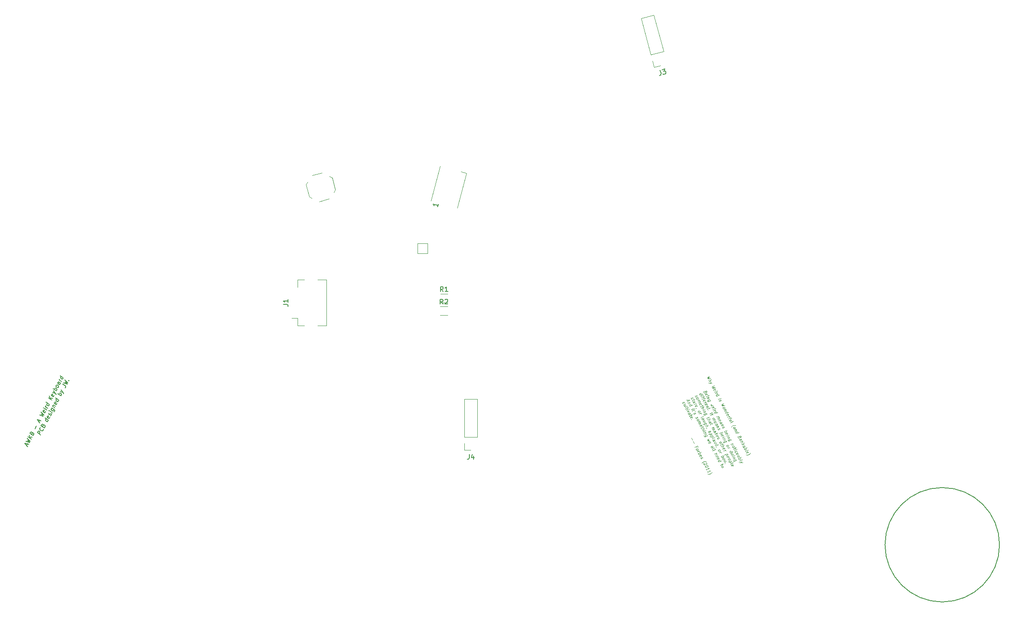
<source format=gbr>
G04 #@! TF.GenerationSoftware,KiCad,Pcbnew,8.0.3*
G04 #@! TF.CreationDate,2024-08-29T14:39:33+08:00*
G04 #@! TF.ProjectId,awkb_monosplit,61776b62-5f6d-46f6-9e6f-73706c69742e,rev?*
G04 #@! TF.SameCoordinates,Original*
G04 #@! TF.FileFunction,Legend,Top*
G04 #@! TF.FilePolarity,Positive*
%FSLAX46Y46*%
G04 Gerber Fmt 4.6, Leading zero omitted, Abs format (unit mm)*
G04 Created by KiCad (PCBNEW 8.0.3) date 2024-08-29 14:39:33*
%MOMM*%
%LPD*%
G01*
G04 APERTURE LIST*
%ADD10C,0.150000*%
%ADD11C,0.125000*%
%ADD12C,0.120000*%
G04 APERTURE END LIST*
D10*
X274525855Y-130179676D02*
G75*
G02*
X251325855Y-130179676I-11600000J0D01*
G01*
X251325855Y-130179676D02*
G75*
G02*
X274525855Y-130179676I11600000J0D01*
G01*
D11*
X215770674Y-95969313D02*
X215269800Y-96306552D01*
X215269800Y-96306552D02*
X215727455Y-96257551D01*
X215727455Y-96257551D02*
X215375343Y-96509297D01*
X215375343Y-96509297D02*
X216008144Y-96425490D01*
X215546849Y-96838758D02*
X216113687Y-96628235D01*
X215665584Y-97066847D02*
X215962499Y-96956573D01*
X215962499Y-96956573D02*
X216003291Y-96911180D01*
X216003291Y-96911180D02*
X216003898Y-96850468D01*
X216003898Y-96850468D02*
X215964319Y-96774439D01*
X215964319Y-96774439D02*
X215910941Y-96733777D01*
X215910941Y-96733777D02*
X215870756Y-96718459D01*
X216149019Y-97129243D02*
X215837091Y-97396308D01*
X216280947Y-97382675D02*
X215837091Y-97396308D01*
X215837091Y-97396308D02*
X215675744Y-97395746D01*
X215675744Y-97395746D02*
X215635559Y-97380428D01*
X215635559Y-97380428D02*
X215582181Y-97339766D01*
X216760135Y-97870050D02*
X216259261Y-98207289D01*
X216259261Y-98207289D02*
X216716917Y-98158288D01*
X216716917Y-98158288D02*
X216364804Y-98410035D01*
X216364804Y-98410035D02*
X216997606Y-98326227D01*
X216668845Y-98932216D02*
X216615467Y-98891555D01*
X216615467Y-98891555D02*
X216562696Y-98790182D01*
X216562696Y-98790182D02*
X216563303Y-98729471D01*
X216563303Y-98729471D02*
X216604094Y-98684078D01*
X216604094Y-98684078D02*
X216820032Y-98603878D01*
X216820032Y-98603878D02*
X216887210Y-98609172D01*
X216887210Y-98609172D02*
X216940588Y-98649833D01*
X216940588Y-98649833D02*
X216993359Y-98751206D01*
X216993359Y-98751206D02*
X216992752Y-98811917D01*
X216992752Y-98811917D02*
X216951961Y-98857310D01*
X216951961Y-98857310D02*
X216897976Y-98877360D01*
X216897976Y-98877360D02*
X216712063Y-98643978D01*
X216773781Y-99195673D02*
X217151673Y-99055324D01*
X217340619Y-98985150D02*
X217300434Y-98969831D01*
X217300434Y-98969831D02*
X217286634Y-99005199D01*
X217286634Y-99005199D02*
X217326819Y-99020518D01*
X217326819Y-99020518D02*
X217340619Y-98985150D01*
X217340619Y-98985150D02*
X217286634Y-99005199D01*
X216905709Y-99449104D02*
X217283601Y-99308755D01*
X217175632Y-99348855D02*
X217242809Y-99354148D01*
X217242809Y-99354148D02*
X217282994Y-99369467D01*
X217282994Y-99369467D02*
X217336372Y-99410128D01*
X217336372Y-99410128D02*
X217362758Y-99460814D01*
X217195951Y-100006654D02*
X217762789Y-99796131D01*
X217222944Y-99996629D02*
X217169566Y-99955968D01*
X217169566Y-99955968D02*
X217116794Y-99854595D01*
X217116794Y-99854595D02*
X217117401Y-99793884D01*
X217117401Y-99793884D02*
X217131201Y-99758516D01*
X217131201Y-99758516D02*
X217171992Y-99713123D01*
X217171992Y-99713123D02*
X217333946Y-99652973D01*
X217333946Y-99652973D02*
X217401123Y-99658267D01*
X217401123Y-99658267D02*
X217441308Y-99673585D01*
X217441308Y-99673585D02*
X217494686Y-99714246D01*
X217494686Y-99714246D02*
X217547457Y-99815619D01*
X217547457Y-99815619D02*
X217546851Y-99876330D01*
X217538965Y-100665577D02*
X217916856Y-100525228D01*
X218105802Y-100455053D02*
X218065617Y-100439735D01*
X218065617Y-100439735D02*
X218051818Y-100475103D01*
X218051818Y-100475103D02*
X218092003Y-100490421D01*
X218092003Y-100490421D02*
X218105802Y-100455053D01*
X218105802Y-100455053D02*
X218051818Y-100475103D01*
X217684692Y-100883640D02*
X217684085Y-100944351D01*
X217684085Y-100944351D02*
X217736857Y-101045724D01*
X217736857Y-101045724D02*
X217790235Y-101086385D01*
X217790235Y-101086385D02*
X217857412Y-101091679D01*
X217857412Y-101091679D02*
X217884404Y-101081654D01*
X217884404Y-101081654D02*
X217925196Y-101036261D01*
X217925196Y-101036261D02*
X217925803Y-100975549D01*
X217925803Y-100975549D02*
X217886224Y-100899520D01*
X217886224Y-100899520D02*
X217886831Y-100838809D01*
X217886831Y-100838809D02*
X217927623Y-100793416D01*
X217927623Y-100793416D02*
X217954615Y-100783391D01*
X217954615Y-100783391D02*
X218021792Y-100788684D01*
X218021792Y-100788684D02*
X218075170Y-100829346D01*
X218075170Y-100829346D02*
X218114749Y-100905375D01*
X218114749Y-100905375D02*
X218114142Y-100966086D01*
X218646708Y-101494123D02*
X218145834Y-101831362D01*
X218145834Y-101831362D02*
X218603489Y-101782361D01*
X218603489Y-101782361D02*
X218251377Y-102034107D01*
X218251377Y-102034107D02*
X218884178Y-101950300D01*
X218462462Y-102439598D02*
X218463068Y-102378886D01*
X218463068Y-102378886D02*
X218476868Y-102343518D01*
X218476868Y-102343518D02*
X218517659Y-102298125D01*
X218517659Y-102298125D02*
X218679613Y-102237976D01*
X218679613Y-102237976D02*
X218746790Y-102243269D01*
X218746790Y-102243269D02*
X218786975Y-102258587D01*
X218786975Y-102258587D02*
X218840353Y-102299249D01*
X218840353Y-102299249D02*
X218879932Y-102375278D01*
X218879932Y-102375278D02*
X218879325Y-102435990D01*
X218879325Y-102435990D02*
X218865526Y-102471358D01*
X218865526Y-102471358D02*
X218824734Y-102516751D01*
X218824734Y-102516751D02*
X218662780Y-102576900D01*
X218662780Y-102576900D02*
X218595603Y-102571607D01*
X218595603Y-102571607D02*
X218555418Y-102556289D01*
X218555418Y-102556289D02*
X218502040Y-102515627D01*
X218502040Y-102515627D02*
X218462462Y-102439598D01*
X219051438Y-102704739D02*
X218673547Y-102845088D01*
X218997454Y-102724789D02*
X219037639Y-102740107D01*
X219037639Y-102740107D02*
X219091017Y-102780769D01*
X219091017Y-102780769D02*
X219130595Y-102856798D01*
X219130595Y-102856798D02*
X219129989Y-102917510D01*
X219129989Y-102917510D02*
X219089197Y-102962903D01*
X219089197Y-102962903D02*
X218792282Y-103073177D01*
X219042945Y-103554697D02*
X219609783Y-103344173D01*
X219069938Y-103544672D02*
X219016560Y-103504010D01*
X219016560Y-103504010D02*
X218963788Y-103402638D01*
X218963788Y-103402638D02*
X218964395Y-103341927D01*
X218964395Y-103341927D02*
X218978195Y-103306558D01*
X218978195Y-103306558D02*
X219018986Y-103261165D01*
X219018986Y-103261165D02*
X219180940Y-103201016D01*
X219180940Y-103201016D02*
X219248117Y-103206309D01*
X219248117Y-103206309D02*
X219288302Y-103221627D01*
X219288302Y-103221627D02*
X219341680Y-103262289D01*
X219341680Y-103262289D02*
X219394451Y-103363662D01*
X219394451Y-103363662D02*
X219393845Y-103424373D01*
X219307408Y-104000849D02*
X219254030Y-103960187D01*
X219254030Y-103960187D02*
X219201259Y-103858815D01*
X219201259Y-103858815D02*
X219201866Y-103798103D01*
X219201866Y-103798103D02*
X219242657Y-103752710D01*
X219242657Y-103752710D02*
X219458596Y-103672511D01*
X219458596Y-103672511D02*
X219525773Y-103677804D01*
X219525773Y-103677804D02*
X219579151Y-103718466D01*
X219579151Y-103718466D02*
X219631922Y-103819838D01*
X219631922Y-103819838D02*
X219631315Y-103880550D01*
X219631315Y-103880550D02*
X219590524Y-103925943D01*
X219590524Y-103925943D02*
X219536539Y-103945993D01*
X219536539Y-103945993D02*
X219350627Y-103712611D01*
X219412344Y-104264306D02*
X219790236Y-104123957D01*
X219682267Y-104164056D02*
X219749444Y-104169350D01*
X219749444Y-104169350D02*
X219789629Y-104184668D01*
X219789629Y-104184668D02*
X219843007Y-104225329D01*
X219843007Y-104225329D02*
X219869393Y-104276016D01*
X219922164Y-104377389D02*
X220027707Y-104580134D01*
X219583851Y-104593767D02*
X220069712Y-104413319D01*
X220069712Y-104413319D02*
X220136889Y-104418612D01*
X220136889Y-104418612D02*
X220190267Y-104459273D01*
X220190267Y-104459273D02*
X220216653Y-104509960D01*
X220238792Y-104985625D02*
X219860900Y-105125974D01*
X220120057Y-104757536D02*
X219823142Y-104867810D01*
X219823142Y-104867810D02*
X219782350Y-104913203D01*
X219782350Y-104913203D02*
X219781743Y-104973915D01*
X219781743Y-104973915D02*
X219821322Y-105049944D01*
X219821322Y-105049944D02*
X219874700Y-105090605D01*
X219874700Y-105090605D02*
X219914885Y-105105924D01*
X220032407Y-105455435D02*
X220033013Y-105394723D01*
X220033013Y-105394723D02*
X220073805Y-105349330D01*
X220073805Y-105349330D02*
X220559666Y-105168882D01*
X220212253Y-106295929D02*
X220226053Y-106260561D01*
X220226053Y-106260561D02*
X220280644Y-106179800D01*
X220280644Y-106179800D02*
X220321436Y-106134407D01*
X220321436Y-106134407D02*
X220389220Y-106078989D01*
X220389220Y-106078989D02*
X220510988Y-106003521D01*
X220510988Y-106003521D02*
X220618957Y-105963422D01*
X220618957Y-105963422D02*
X220767111Y-105938640D01*
X220767111Y-105938640D02*
X220861281Y-105933909D01*
X220861281Y-105933909D02*
X220928458Y-105939202D01*
X220928458Y-105939202D02*
X221035821Y-105959814D01*
X221035821Y-105959814D02*
X221076006Y-105975132D01*
X220652469Y-106646564D02*
X220949384Y-106536290D01*
X220949384Y-106536290D02*
X220990176Y-106490897D01*
X220990176Y-106490897D02*
X220990783Y-106430185D01*
X220990783Y-106430185D02*
X220938011Y-106328813D01*
X220938011Y-106328813D02*
X220884634Y-106288151D01*
X220679462Y-106636539D02*
X220626084Y-106595877D01*
X220626084Y-106595877D02*
X220560120Y-106469162D01*
X220560120Y-106469162D02*
X220560726Y-106408450D01*
X220560726Y-106408450D02*
X220601518Y-106363057D01*
X220601518Y-106363057D02*
X220655503Y-106343007D01*
X220655503Y-106343007D02*
X220722680Y-106348301D01*
X220722680Y-106348301D02*
X220776058Y-106388962D01*
X220776058Y-106388962D02*
X220842022Y-106515678D01*
X220842022Y-106515678D02*
X220895400Y-106556339D01*
X221162289Y-106759646D02*
X220784398Y-106899995D01*
X221108305Y-106779696D02*
X221148490Y-106795014D01*
X221148490Y-106795014D02*
X221201868Y-106835676D01*
X221201868Y-106835676D02*
X221241446Y-106911705D01*
X221241446Y-106911705D02*
X221240840Y-106972417D01*
X221240840Y-106972417D02*
X221200048Y-107017810D01*
X221200048Y-107017810D02*
X220903133Y-107128084D01*
X221153796Y-107609604D02*
X221720634Y-107399080D01*
X221180789Y-107599579D02*
X221127411Y-107558918D01*
X221127411Y-107558918D02*
X221074639Y-107457545D01*
X221074639Y-107457545D02*
X221075246Y-107396834D01*
X221075246Y-107396834D02*
X221089046Y-107361465D01*
X221089046Y-107361465D02*
X221129837Y-107316072D01*
X221129837Y-107316072D02*
X221291791Y-107255923D01*
X221291791Y-107255923D02*
X221358968Y-107261216D01*
X221358968Y-107261216D02*
X221399153Y-107276535D01*
X221399153Y-107276535D02*
X221452531Y-107317196D01*
X221452531Y-107317196D02*
X221505302Y-107418569D01*
X221505302Y-107418569D02*
X221504696Y-107479280D01*
X221886074Y-108335654D02*
X221898660Y-108421709D01*
X221898660Y-108421709D02*
X221884861Y-108457077D01*
X221884861Y-108457077D02*
X221844069Y-108502470D01*
X221844069Y-108502470D02*
X221763092Y-108532544D01*
X221763092Y-108532544D02*
X221695915Y-108527251D01*
X221695915Y-108527251D02*
X221655730Y-108511933D01*
X221655730Y-108511933D02*
X221602352Y-108471272D01*
X221602352Y-108471272D02*
X221496810Y-108268526D01*
X221496810Y-108268526D02*
X222063647Y-108058003D01*
X222063647Y-108058003D02*
X222155997Y-108235405D01*
X222155997Y-108235405D02*
X222155390Y-108296116D01*
X222155390Y-108296116D02*
X222141591Y-108331484D01*
X222141591Y-108331484D02*
X222100799Y-108376877D01*
X222100799Y-108376877D02*
X222046815Y-108396927D01*
X222046815Y-108396927D02*
X221979637Y-108391634D01*
X221979637Y-108391634D02*
X221939452Y-108376316D01*
X221939452Y-108376316D02*
X221886074Y-108335654D01*
X221886074Y-108335654D02*
X221793725Y-108158252D01*
X221892594Y-109028821D02*
X222189509Y-108918547D01*
X222189509Y-108918547D02*
X222230301Y-108873154D01*
X222230301Y-108873154D02*
X222230907Y-108812443D01*
X222230907Y-108812443D02*
X222178136Y-108711070D01*
X222178136Y-108711070D02*
X222124758Y-108670409D01*
X221919586Y-109018796D02*
X221866208Y-108978135D01*
X221866208Y-108978135D02*
X221800244Y-108851419D01*
X221800244Y-108851419D02*
X221800851Y-108790708D01*
X221800851Y-108790708D02*
X221841643Y-108745315D01*
X221841643Y-108745315D02*
X221895627Y-108725265D01*
X221895627Y-108725265D02*
X221962805Y-108730558D01*
X221962805Y-108730558D02*
X222016183Y-108771220D01*
X222016183Y-108771220D02*
X222082147Y-108897935D01*
X222082147Y-108897935D02*
X222135525Y-108938597D01*
X222402414Y-109141904D02*
X222024522Y-109282253D01*
X222348429Y-109161954D02*
X222388615Y-109177272D01*
X222388615Y-109177272D02*
X222441992Y-109217933D01*
X222441992Y-109217933D02*
X222481571Y-109293963D01*
X222481571Y-109293963D02*
X222480964Y-109354674D01*
X222480964Y-109354674D02*
X222440173Y-109400067D01*
X222440173Y-109400067D02*
X222143258Y-109510341D01*
X222275186Y-109763773D02*
X222842023Y-109553249D01*
X222517509Y-109734260D02*
X222380728Y-109966518D01*
X222758620Y-109826169D02*
X222437139Y-109703623D01*
X222618199Y-110422695D02*
X222915114Y-110312421D01*
X222915114Y-110312421D02*
X222955906Y-110267028D01*
X222955906Y-110267028D02*
X222956512Y-110206316D01*
X222956512Y-110206316D02*
X222903741Y-110104944D01*
X222903741Y-110104944D02*
X222850363Y-110064282D01*
X222645191Y-110412670D02*
X222591813Y-110372009D01*
X222591813Y-110372009D02*
X222525849Y-110245293D01*
X222525849Y-110245293D02*
X222526456Y-110184581D01*
X222526456Y-110184581D02*
X222567247Y-110139188D01*
X222567247Y-110139188D02*
X222621232Y-110119139D01*
X222621232Y-110119139D02*
X222688409Y-110124432D01*
X222688409Y-110124432D02*
X222741787Y-110165093D01*
X222741787Y-110165093D02*
X222807751Y-110291809D01*
X222807751Y-110291809D02*
X222861129Y-110332471D01*
X222750127Y-110676126D02*
X223316965Y-110465603D01*
X223101026Y-110545802D02*
X223154404Y-110586464D01*
X223154404Y-110586464D02*
X223207176Y-110687836D01*
X223207176Y-110687836D02*
X223206569Y-110748548D01*
X223206569Y-110748548D02*
X223192770Y-110783916D01*
X223192770Y-110783916D02*
X223151978Y-110829309D01*
X223151978Y-110829309D02*
X222990024Y-110889458D01*
X222990024Y-110889458D02*
X222922847Y-110884165D01*
X222922847Y-110884165D02*
X222882662Y-110868847D01*
X222882662Y-110868847D02*
X222829284Y-110828185D01*
X222829284Y-110828185D02*
X222776513Y-110726813D01*
X222776513Y-110726813D02*
X222777119Y-110666101D01*
X223040369Y-111233676D02*
X223040975Y-111172965D01*
X223040975Y-111172965D02*
X223081767Y-111127572D01*
X223081767Y-111127572D02*
X223567628Y-110947123D01*
X223278446Y-111629142D02*
X223225068Y-111588481D01*
X223225068Y-111588481D02*
X223172297Y-111487108D01*
X223172297Y-111487108D02*
X223172904Y-111426397D01*
X223172904Y-111426397D02*
X223213696Y-111381004D01*
X223213696Y-111381004D02*
X223429634Y-111300804D01*
X223429634Y-111300804D02*
X223496811Y-111306098D01*
X223496811Y-111306098D02*
X223550189Y-111346759D01*
X223550189Y-111346759D02*
X223602960Y-111448132D01*
X223602960Y-111448132D02*
X223602354Y-111508843D01*
X223602354Y-111508843D02*
X223561562Y-111554236D01*
X223561562Y-111554236D02*
X223507577Y-111574286D01*
X223507577Y-111574286D02*
X223321665Y-111340904D01*
X223141059Y-111922112D02*
X223181244Y-111937430D01*
X223181244Y-111937430D02*
X223288606Y-111958042D01*
X223288606Y-111958042D02*
X223355783Y-111963335D01*
X223355783Y-111963335D02*
X223449953Y-111958603D01*
X223449953Y-111958603D02*
X223598107Y-111933822D01*
X223598107Y-111933822D02*
X223706076Y-111893722D01*
X223706076Y-111893722D02*
X223827845Y-111818254D01*
X223827845Y-111818254D02*
X223895629Y-111762836D01*
X223895629Y-111762836D02*
X223936421Y-111717443D01*
X223936421Y-111717443D02*
X223991012Y-111636682D01*
X223991012Y-111636682D02*
X224004811Y-111601314D01*
X214948074Y-99191826D02*
X214960661Y-99277880D01*
X214960661Y-99277880D02*
X214946861Y-99313248D01*
X214946861Y-99313248D02*
X214906069Y-99358641D01*
X214906069Y-99358641D02*
X214825093Y-99388716D01*
X214825093Y-99388716D02*
X214757915Y-99383423D01*
X214757915Y-99383423D02*
X214717730Y-99368105D01*
X214717730Y-99368105D02*
X214664352Y-99327443D01*
X214664352Y-99327443D02*
X214558810Y-99124698D01*
X214558810Y-99124698D02*
X215125647Y-98914175D01*
X215125647Y-98914175D02*
X215217997Y-99091577D01*
X215217997Y-99091577D02*
X215217390Y-99152288D01*
X215217390Y-99152288D02*
X215203591Y-99187656D01*
X215203591Y-99187656D02*
X215162799Y-99233049D01*
X215162799Y-99233049D02*
X215108815Y-99253099D01*
X215108815Y-99253099D02*
X215041637Y-99247806D01*
X215041637Y-99247806D02*
X215001452Y-99232487D01*
X215001452Y-99232487D02*
X214948074Y-99191826D01*
X214948074Y-99191826D02*
X214855725Y-99014424D01*
X214968394Y-99849625D02*
X214915016Y-99808963D01*
X214915016Y-99808963D02*
X214862245Y-99707591D01*
X214862245Y-99707591D02*
X214862851Y-99646880D01*
X214862851Y-99646880D02*
X214903643Y-99601486D01*
X214903643Y-99601486D02*
X215119581Y-99521287D01*
X215119581Y-99521287D02*
X215186758Y-99526580D01*
X215186758Y-99526580D02*
X215240136Y-99567242D01*
X215240136Y-99567242D02*
X215292908Y-99668615D01*
X215292908Y-99668615D02*
X215292301Y-99729326D01*
X215292301Y-99729326D02*
X215251509Y-99774719D01*
X215251509Y-99774719D02*
X215197525Y-99794769D01*
X215197525Y-99794769D02*
X215011612Y-99561387D01*
X215073330Y-100113082D02*
X215451222Y-99972733D01*
X215640167Y-99902558D02*
X215599982Y-99887240D01*
X215599982Y-99887240D02*
X215586183Y-99922608D01*
X215586183Y-99922608D02*
X215626368Y-99937926D01*
X215626368Y-99937926D02*
X215640167Y-99902558D01*
X215640167Y-99902558D02*
X215586183Y-99922608D01*
X215583150Y-100226164D02*
X215205258Y-100366513D01*
X215529165Y-100246214D02*
X215569350Y-100261532D01*
X215569350Y-100261532D02*
X215622728Y-100302194D01*
X215622728Y-100302194D02*
X215662306Y-100378223D01*
X215662306Y-100378223D02*
X215661700Y-100438934D01*
X215661700Y-100438934D02*
X215620908Y-100484327D01*
X215620908Y-100484327D02*
X215323993Y-100594602D01*
X215952548Y-100935773D02*
X215493680Y-101106196D01*
X215493680Y-101106196D02*
X215426502Y-101100903D01*
X215426502Y-101100903D02*
X215386317Y-101085585D01*
X215386317Y-101085585D02*
X215332939Y-101044923D01*
X215332939Y-101044923D02*
X215293361Y-100968894D01*
X215293361Y-100968894D02*
X215293968Y-100908183D01*
X215601649Y-101066097D02*
X215548271Y-101025435D01*
X215548271Y-101025435D02*
X215495500Y-100924063D01*
X215495500Y-100924063D02*
X215496106Y-100863351D01*
X215496106Y-100863351D02*
X215509906Y-100827983D01*
X215509906Y-100827983D02*
X215550698Y-100782590D01*
X215550698Y-100782590D02*
X215712651Y-100722441D01*
X215712651Y-100722441D02*
X215779828Y-100727734D01*
X215779828Y-100727734D02*
X215820014Y-100743052D01*
X215820014Y-100743052D02*
X215873391Y-100783714D01*
X215873391Y-100783714D02*
X215926163Y-100885086D01*
X215926163Y-100885086D02*
X215925556Y-100945798D01*
X216269176Y-101544009D02*
X215944056Y-101785730D01*
X215944056Y-101785730D02*
X216266749Y-101786854D01*
X216266749Y-101786854D02*
X216049598Y-101988476D01*
X216049598Y-101988476D02*
X216480261Y-101949499D01*
X216340446Y-102485314D02*
X216287069Y-102444652D01*
X216287069Y-102444652D02*
X216234297Y-102343280D01*
X216234297Y-102343280D02*
X216234904Y-102282568D01*
X216234904Y-102282568D02*
X216275696Y-102237175D01*
X216275696Y-102237175D02*
X216491634Y-102156976D01*
X216491634Y-102156976D02*
X216558811Y-102162269D01*
X216558811Y-102162269D02*
X216612189Y-102202931D01*
X216612189Y-102202931D02*
X216664960Y-102304303D01*
X216664960Y-102304303D02*
X216664354Y-102365015D01*
X216664354Y-102365015D02*
X216623562Y-102410408D01*
X216623562Y-102410408D02*
X216569577Y-102430457D01*
X216569577Y-102430457D02*
X216383665Y-102197076D01*
X216445383Y-102748771D02*
X216823274Y-102608422D01*
X217012220Y-102538247D02*
X216972035Y-102522929D01*
X216972035Y-102522929D02*
X216958236Y-102558297D01*
X216958236Y-102558297D02*
X216998421Y-102573615D01*
X216998421Y-102573615D02*
X217012220Y-102538247D01*
X217012220Y-102538247D02*
X216958236Y-102558297D01*
X216577311Y-103002202D02*
X216955202Y-102861853D01*
X216847233Y-102901953D02*
X216914411Y-102907246D01*
X216914411Y-102907246D02*
X216954596Y-102922564D01*
X216954596Y-102922564D02*
X217007974Y-102963226D01*
X217007974Y-102963226D02*
X217034359Y-103013912D01*
X216867553Y-103559752D02*
X217434390Y-103349229D01*
X216894545Y-103549727D02*
X216841167Y-103509066D01*
X216841167Y-103509066D02*
X216788396Y-103407693D01*
X216788396Y-103407693D02*
X216789002Y-103346982D01*
X216789002Y-103346982D02*
X216802802Y-103311614D01*
X216802802Y-103311614D02*
X216843594Y-103266221D01*
X216843594Y-103266221D02*
X217005547Y-103206071D01*
X217005547Y-103206071D02*
X217072725Y-103211364D01*
X217072725Y-103211364D02*
X217112910Y-103226683D01*
X217112910Y-103226683D02*
X217166288Y-103267344D01*
X217166288Y-103267344D02*
X217219059Y-103368717D01*
X217219059Y-103368717D02*
X217218452Y-103429428D01*
X217210566Y-104218674D02*
X217588458Y-104078325D01*
X217534473Y-104098375D02*
X217574658Y-104113693D01*
X217574658Y-104113693D02*
X217628036Y-104154355D01*
X217628036Y-104154355D02*
X217667615Y-104230384D01*
X217667615Y-104230384D02*
X217667008Y-104291096D01*
X217667008Y-104291096D02*
X217626216Y-104336489D01*
X217626216Y-104336489D02*
X217329301Y-104446763D01*
X217626216Y-104336489D02*
X217693394Y-104341782D01*
X217693394Y-104341782D02*
X217746772Y-104382443D01*
X217746772Y-104382443D02*
X217786350Y-104458473D01*
X217786350Y-104458473D02*
X217785743Y-104519184D01*
X217785743Y-104519184D02*
X217744952Y-104564577D01*
X217744952Y-104564577D02*
X217448037Y-104674851D01*
X217712500Y-105121003D02*
X217659122Y-105080342D01*
X217659122Y-105080342D02*
X217606351Y-104978969D01*
X217606351Y-104978969D02*
X217606957Y-104918258D01*
X217606957Y-104918258D02*
X217647749Y-104872865D01*
X217647749Y-104872865D02*
X217863687Y-104792666D01*
X217863687Y-104792666D02*
X217930864Y-104797959D01*
X217930864Y-104797959D02*
X217984242Y-104838620D01*
X217984242Y-104838620D02*
X218037014Y-104939993D01*
X218037014Y-104939993D02*
X218036407Y-105000704D01*
X218036407Y-105000704D02*
X217995615Y-105046097D01*
X217995615Y-105046097D02*
X217941631Y-105066147D01*
X217941631Y-105066147D02*
X217755718Y-104832765D01*
X217936171Y-105612549D02*
X218233086Y-105502275D01*
X218233086Y-105502275D02*
X218273878Y-105456882D01*
X218273878Y-105456882D02*
X218274484Y-105396170D01*
X218274484Y-105396170D02*
X218221713Y-105294798D01*
X218221713Y-105294798D02*
X218168335Y-105254136D01*
X217963163Y-105602524D02*
X217909785Y-105561862D01*
X217909785Y-105561862D02*
X217843821Y-105435147D01*
X217843821Y-105435147D02*
X217844428Y-105374435D01*
X217844428Y-105374435D02*
X217885220Y-105329042D01*
X217885220Y-105329042D02*
X217939204Y-105308992D01*
X217939204Y-105308992D02*
X218006382Y-105314286D01*
X218006382Y-105314286D02*
X218059760Y-105354947D01*
X218059760Y-105354947D02*
X218125724Y-105481663D01*
X218125724Y-105481663D02*
X218179102Y-105522324D01*
X218445991Y-105725631D02*
X218068099Y-105865980D01*
X218392006Y-105745681D02*
X218432192Y-105760999D01*
X218432192Y-105760999D02*
X218485569Y-105801661D01*
X218485569Y-105801661D02*
X218525148Y-105877690D01*
X218525148Y-105877690D02*
X218524541Y-105938402D01*
X218524541Y-105938402D02*
X218483750Y-105983795D01*
X218483750Y-105983795D02*
X218186835Y-106094069D01*
X218332562Y-106312132D02*
X218331955Y-106372843D01*
X218331955Y-106372843D02*
X218384727Y-106474216D01*
X218384727Y-106474216D02*
X218438105Y-106514878D01*
X218438105Y-106514878D02*
X218505282Y-106520171D01*
X218505282Y-106520171D02*
X218532274Y-106510146D01*
X218532274Y-106510146D02*
X218573066Y-106464753D01*
X218573066Y-106464753D02*
X218573673Y-106404042D01*
X218573673Y-106404042D02*
X218534094Y-106328012D01*
X218534094Y-106328012D02*
X218534701Y-106267301D01*
X218534701Y-106267301D02*
X218575493Y-106221908D01*
X218575493Y-106221908D02*
X218602485Y-106211883D01*
X218602485Y-106211883D02*
X218669662Y-106217176D01*
X218669662Y-106217176D02*
X218723040Y-106257838D01*
X218723040Y-106257838D02*
X218762619Y-106333867D01*
X218762619Y-106333867D02*
X218762012Y-106394578D01*
X218754126Y-107183825D02*
X219320963Y-106973301D01*
X219105025Y-107053501D02*
X219158403Y-107094162D01*
X219158403Y-107094162D02*
X219211174Y-107195535D01*
X219211174Y-107195535D02*
X219210568Y-107256246D01*
X219210568Y-107256246D02*
X219196768Y-107291614D01*
X219196768Y-107291614D02*
X219155976Y-107337007D01*
X219155976Y-107337007D02*
X218994023Y-107397157D01*
X218994023Y-107397157D02*
X218926845Y-107391863D01*
X218926845Y-107391863D02*
X218886660Y-107376545D01*
X218886660Y-107376545D02*
X218833282Y-107335884D01*
X218833282Y-107335884D02*
X218780511Y-107234511D01*
X218780511Y-107234511D02*
X218781118Y-107173800D01*
X219137324Y-107858065D02*
X219083946Y-107817404D01*
X219083946Y-107817404D02*
X219031175Y-107716031D01*
X219031175Y-107716031D02*
X219031781Y-107655320D01*
X219031781Y-107655320D02*
X219072573Y-107609927D01*
X219072573Y-107609927D02*
X219288511Y-107529727D01*
X219288511Y-107529727D02*
X219355689Y-107535021D01*
X219355689Y-107535021D02*
X219409066Y-107575682D01*
X219409066Y-107575682D02*
X219461838Y-107677055D01*
X219461838Y-107677055D02*
X219461231Y-107737766D01*
X219461231Y-107737766D02*
X219420439Y-107783159D01*
X219420439Y-107783159D02*
X219366455Y-107803209D01*
X219366455Y-107803209D02*
X219180542Y-107569827D01*
X219242260Y-108121522D02*
X219620152Y-107981173D01*
X219809098Y-107910999D02*
X219768912Y-107895680D01*
X219768912Y-107895680D02*
X219755113Y-107931048D01*
X219755113Y-107931048D02*
X219795298Y-107946367D01*
X219795298Y-107946367D02*
X219809098Y-107910999D01*
X219809098Y-107910999D02*
X219755113Y-107931048D01*
X219752080Y-108234604D02*
X219374188Y-108374953D01*
X219698095Y-108254654D02*
X219738280Y-108269973D01*
X219738280Y-108269973D02*
X219791658Y-108310634D01*
X219791658Y-108310634D02*
X219831237Y-108386663D01*
X219831237Y-108386663D02*
X219830630Y-108447375D01*
X219830630Y-108447375D02*
X219789838Y-108492768D01*
X219789838Y-108492768D02*
X219492923Y-108603042D01*
X220121479Y-108944213D02*
X219662610Y-109114637D01*
X219662610Y-109114637D02*
X219595433Y-109109343D01*
X219595433Y-109109343D02*
X219555248Y-109094025D01*
X219555248Y-109094025D02*
X219501870Y-109053364D01*
X219501870Y-109053364D02*
X219462291Y-108977334D01*
X219462291Y-108977334D02*
X219462898Y-108916623D01*
X219770579Y-109074537D02*
X219717201Y-109033876D01*
X219717201Y-109033876D02*
X219664430Y-108932503D01*
X219664430Y-108932503D02*
X219665036Y-108871792D01*
X219665036Y-108871792D02*
X219678836Y-108836424D01*
X219678836Y-108836424D02*
X219719628Y-108791031D01*
X219719628Y-108791031D02*
X219881581Y-108730881D01*
X219881581Y-108730881D02*
X219948759Y-108736174D01*
X219948759Y-108736174D02*
X219988944Y-108751493D01*
X219988944Y-108751493D02*
X220042322Y-108792154D01*
X220042322Y-108792154D02*
X220095093Y-108893527D01*
X220095093Y-108893527D02*
X220094486Y-108954238D01*
X220464492Y-109603135D02*
X220086600Y-109743484D01*
X220410507Y-109623185D02*
X220450692Y-109638503D01*
X220450692Y-109638503D02*
X220504070Y-109679165D01*
X220504070Y-109679165D02*
X220543649Y-109755194D01*
X220543649Y-109755194D02*
X220543042Y-109815906D01*
X220543042Y-109815906D02*
X220502250Y-109861299D01*
X220502250Y-109861299D02*
X220205335Y-109971573D01*
X220376842Y-110301034D02*
X220377449Y-110240323D01*
X220377449Y-110240323D02*
X220391248Y-110204954D01*
X220391248Y-110204954D02*
X220432040Y-110159561D01*
X220432040Y-110159561D02*
X220593993Y-110099412D01*
X220593993Y-110099412D02*
X220661171Y-110104705D01*
X220661171Y-110104705D02*
X220701356Y-110120023D01*
X220701356Y-110120023D02*
X220754734Y-110160685D01*
X220754734Y-110160685D02*
X220794312Y-110236714D01*
X220794312Y-110236714D02*
X220793706Y-110297426D01*
X220793706Y-110297426D02*
X220779906Y-110332794D01*
X220779906Y-110332794D02*
X220739114Y-110378187D01*
X220739114Y-110378187D02*
X220577161Y-110438336D01*
X220577161Y-110438336D02*
X220509983Y-110433043D01*
X220509983Y-110433043D02*
X220469798Y-110417725D01*
X220469798Y-110417725D02*
X220416420Y-110377063D01*
X220416420Y-110377063D02*
X220376842Y-110301034D01*
X220926240Y-110490146D02*
X221031783Y-110692891D01*
X221154765Y-110496001D02*
X220668904Y-110676450D01*
X220668904Y-110676450D02*
X220628112Y-110721843D01*
X220628112Y-110721843D02*
X220627505Y-110782554D01*
X220627505Y-110782554D02*
X220653891Y-110833240D01*
X220746241Y-111010642D02*
X221124132Y-110870293D01*
X221313078Y-110800119D02*
X221272893Y-110784801D01*
X221272893Y-110784801D02*
X221259094Y-110820169D01*
X221259094Y-110820169D02*
X221299279Y-110835487D01*
X221299279Y-110835487D02*
X221313078Y-110800119D01*
X221313078Y-110800119D02*
X221259094Y-110820169D01*
X221023896Y-111482137D02*
X220970518Y-111441476D01*
X220970518Y-111441476D02*
X220917747Y-111340103D01*
X220917747Y-111340103D02*
X220918354Y-111279392D01*
X220918354Y-111279392D02*
X220932153Y-111244024D01*
X220932153Y-111244024D02*
X220972945Y-111198631D01*
X220972945Y-111198631D02*
X221134899Y-111138481D01*
X221134899Y-111138481D02*
X221202076Y-111143775D01*
X221202076Y-111143775D02*
X221242261Y-111159093D01*
X221242261Y-111159093D02*
X221295639Y-111199754D01*
X221295639Y-111199754D02*
X221348410Y-111301127D01*
X221348410Y-111301127D02*
X221347804Y-111361838D01*
X221248174Y-111912971D02*
X221194796Y-111872310D01*
X221194796Y-111872310D02*
X221142025Y-111770937D01*
X221142025Y-111770937D02*
X221142632Y-111710226D01*
X221142632Y-111710226D02*
X221183424Y-111664833D01*
X221183424Y-111664833D02*
X221399362Y-111584634D01*
X221399362Y-111584634D02*
X221466539Y-111589927D01*
X221466539Y-111589927D02*
X221519917Y-111630588D01*
X221519917Y-111630588D02*
X221572688Y-111731961D01*
X221572688Y-111731961D02*
X221572082Y-111792672D01*
X221572082Y-111792672D02*
X221531290Y-111838065D01*
X221531290Y-111838065D02*
X221477305Y-111858115D01*
X221477305Y-111858115D02*
X221291393Y-111624733D01*
X221471846Y-112404517D02*
X221768761Y-112294242D01*
X221768761Y-112294242D02*
X221809552Y-112248849D01*
X221809552Y-112248849D02*
X221810159Y-112188138D01*
X221810159Y-112188138D02*
X221757388Y-112086766D01*
X221757388Y-112086766D02*
X221704010Y-112046104D01*
X221498838Y-112394492D02*
X221445460Y-112353830D01*
X221445460Y-112353830D02*
X221379496Y-112227114D01*
X221379496Y-112227114D02*
X221380103Y-112166403D01*
X221380103Y-112166403D02*
X221420894Y-112121010D01*
X221420894Y-112121010D02*
X221474879Y-112100960D01*
X221474879Y-112100960D02*
X221542056Y-112106254D01*
X221542056Y-112106254D02*
X221595434Y-112146915D01*
X221595434Y-112146915D02*
X221661398Y-112273631D01*
X221661398Y-112273631D02*
X221714776Y-112314292D01*
X221603774Y-112657948D02*
X222170612Y-112447425D01*
X221954673Y-112527624D02*
X222008051Y-112568286D01*
X222008051Y-112568286D02*
X222060823Y-112669658D01*
X222060823Y-112669658D02*
X222060216Y-112730370D01*
X222060216Y-112730370D02*
X222046416Y-112765738D01*
X222046416Y-112765738D02*
X222005625Y-112811131D01*
X222005625Y-112811131D02*
X221843671Y-112871280D01*
X221843671Y-112871280D02*
X221776494Y-112865987D01*
X221776494Y-112865987D02*
X221736309Y-112850669D01*
X221736309Y-112850669D02*
X221682931Y-112810007D01*
X221682931Y-112810007D02*
X221630160Y-112708634D01*
X221630160Y-112708634D02*
X221630766Y-112647923D01*
X221894016Y-113215498D02*
X221894622Y-113154786D01*
X221894622Y-113154786D02*
X221935414Y-113109393D01*
X221935414Y-113109393D02*
X222421275Y-112928945D01*
X222351065Y-113227208D02*
X222039137Y-113494273D01*
X222482993Y-113480640D02*
X222039137Y-113494273D01*
X222039137Y-113494273D02*
X221877790Y-113493711D01*
X221877790Y-113493711D02*
X221837605Y-113478393D01*
X221837605Y-113478393D02*
X221784227Y-113437731D01*
X213820723Y-99798819D02*
X214387561Y-99588296D01*
X213847715Y-99788795D02*
X213794337Y-99748133D01*
X213794337Y-99748133D02*
X213741566Y-99646760D01*
X213741566Y-99646760D02*
X213742173Y-99586049D01*
X213742173Y-99586049D02*
X213755972Y-99550681D01*
X213755972Y-99550681D02*
X213796764Y-99505288D01*
X213796764Y-99505288D02*
X213958718Y-99445139D01*
X213958718Y-99445139D02*
X214025895Y-99450432D01*
X214025895Y-99450432D02*
X214066080Y-99465750D01*
X214066080Y-99465750D02*
X214119458Y-99506412D01*
X214119458Y-99506412D02*
X214172229Y-99607784D01*
X214172229Y-99607784D02*
X214171623Y-99668495D01*
X213952651Y-100052251D02*
X214330543Y-99911902D01*
X214519489Y-99841728D02*
X214479304Y-99826409D01*
X214479304Y-99826409D02*
X214465504Y-99861777D01*
X214465504Y-99861777D02*
X214505689Y-99877096D01*
X214505689Y-99877096D02*
X214519489Y-99841728D01*
X214519489Y-99841728D02*
X214465504Y-99861777D01*
X214422893Y-100089304D02*
X214528435Y-100292049D01*
X214084579Y-100305682D02*
X214570440Y-100125234D01*
X214570440Y-100125234D02*
X214637617Y-100130527D01*
X214637617Y-100130527D02*
X214690995Y-100171189D01*
X214690995Y-100171189D02*
X214717381Y-100221875D01*
X214581206Y-100393422D02*
X214686749Y-100596167D01*
X214242893Y-100609800D02*
X214728754Y-100429352D01*
X214728754Y-100429352D02*
X214795931Y-100434645D01*
X214795931Y-100434645D02*
X214849309Y-100475306D01*
X214849309Y-100475306D02*
X214875695Y-100525993D01*
X214533742Y-101106639D02*
X214480364Y-101065977D01*
X214480364Y-101065977D02*
X214427592Y-100964604D01*
X214427592Y-100964604D02*
X214428199Y-100903893D01*
X214428199Y-100903893D02*
X214468991Y-100858500D01*
X214468991Y-100858500D02*
X214684929Y-100778301D01*
X214684929Y-100778301D02*
X214752106Y-100783594D01*
X214752106Y-100783594D02*
X214805484Y-100824256D01*
X214805484Y-100824256D02*
X214858255Y-100925628D01*
X214858255Y-100925628D02*
X214857649Y-100986339D01*
X214857649Y-100986339D02*
X214816857Y-101031732D01*
X214816857Y-101031732D02*
X214762873Y-101051782D01*
X214762873Y-101051782D02*
X214576960Y-100818401D01*
X214638678Y-101370095D02*
X215016569Y-101229746D01*
X214908600Y-101269846D02*
X214975778Y-101275139D01*
X214975778Y-101275139D02*
X215015963Y-101290458D01*
X215015963Y-101290458D02*
X215069341Y-101331119D01*
X215069341Y-101331119D02*
X215095726Y-101381805D01*
X214942719Y-101892277D02*
X214889341Y-101851616D01*
X214889341Y-101851616D02*
X214836570Y-101750243D01*
X214836570Y-101750243D02*
X214837177Y-101689532D01*
X214837177Y-101689532D02*
X214877968Y-101644139D01*
X214877968Y-101644139D02*
X215093907Y-101563940D01*
X215093907Y-101563940D02*
X215161084Y-101569233D01*
X215161084Y-101569233D02*
X215214462Y-101609894D01*
X215214462Y-101609894D02*
X215267233Y-101711267D01*
X215267233Y-101711267D02*
X215266626Y-101771978D01*
X215266626Y-101771978D02*
X215225835Y-101817371D01*
X215225835Y-101817371D02*
X215171850Y-101837421D01*
X215171850Y-101837421D02*
X214985937Y-101604039D01*
X215425547Y-102015385D02*
X215047655Y-102155734D01*
X215371562Y-102035435D02*
X215411748Y-102050753D01*
X215411748Y-102050753D02*
X215465125Y-102091415D01*
X215465125Y-102091415D02*
X215504704Y-102167444D01*
X215504704Y-102167444D02*
X215504097Y-102228156D01*
X215504097Y-102228156D02*
X215463306Y-102273549D01*
X215463306Y-102273549D02*
X215166391Y-102383823D01*
X215636632Y-102420876D02*
X215742175Y-102623621D01*
X215865156Y-102426731D02*
X215379296Y-102607179D01*
X215379296Y-102607179D02*
X215338504Y-102652572D01*
X215338504Y-102652572D02*
X215337897Y-102713284D01*
X215337897Y-102713284D02*
X215364283Y-102763970D01*
X215510617Y-102921322D02*
X215496818Y-102956690D01*
X215496818Y-102956690D02*
X215456632Y-102941372D01*
X215456632Y-102941372D02*
X215470432Y-102906004D01*
X215470432Y-102906004D02*
X215510617Y-102921322D01*
X215510617Y-102921322D02*
X215456632Y-102941372D01*
X215799646Y-103600294D02*
X216366483Y-103389771D01*
X216269887Y-103637347D02*
X216375430Y-103840093D01*
X216498411Y-103643202D02*
X216012551Y-103823651D01*
X216012551Y-103823651D02*
X215971759Y-103869044D01*
X215971759Y-103869044D02*
X215971152Y-103929755D01*
X215971152Y-103929755D02*
X215997538Y-103980442D01*
X216300973Y-104563334D02*
X216678864Y-104422985D01*
X216624880Y-104443035D02*
X216665065Y-104458354D01*
X216665065Y-104458354D02*
X216718443Y-104499015D01*
X216718443Y-104499015D02*
X216758021Y-104575044D01*
X216758021Y-104575044D02*
X216757415Y-104635756D01*
X216757415Y-104635756D02*
X216716623Y-104681149D01*
X216716623Y-104681149D02*
X216419708Y-104791423D01*
X216716623Y-104681149D02*
X216783800Y-104686442D01*
X216783800Y-104686442D02*
X216837178Y-104727103D01*
X216837178Y-104727103D02*
X216876757Y-104803133D01*
X216876757Y-104803133D02*
X216876150Y-104863844D01*
X216876150Y-104863844D02*
X216835358Y-104909237D01*
X216835358Y-104909237D02*
X216538443Y-105019511D01*
X216802906Y-105465663D02*
X216749528Y-105425002D01*
X216749528Y-105425002D02*
X216696757Y-105323629D01*
X216696757Y-105323629D02*
X216697364Y-105262918D01*
X216697364Y-105262918D02*
X216738155Y-105217525D01*
X216738155Y-105217525D02*
X216954094Y-105137326D01*
X216954094Y-105137326D02*
X217021271Y-105142619D01*
X217021271Y-105142619D02*
X217074649Y-105183280D01*
X217074649Y-105183280D02*
X217127420Y-105284653D01*
X217127420Y-105284653D02*
X217126814Y-105345364D01*
X217126814Y-105345364D02*
X217086022Y-105390757D01*
X217086022Y-105390757D02*
X217032037Y-105410807D01*
X217032037Y-105410807D02*
X216846125Y-105177425D01*
X217026578Y-105957209D02*
X217323493Y-105846935D01*
X217323493Y-105846935D02*
X217364284Y-105801542D01*
X217364284Y-105801542D02*
X217364891Y-105740830D01*
X217364891Y-105740830D02*
X217312120Y-105639458D01*
X217312120Y-105639458D02*
X217258742Y-105598796D01*
X217053570Y-105947184D02*
X217000192Y-105906522D01*
X217000192Y-105906522D02*
X216934228Y-105779807D01*
X216934228Y-105779807D02*
X216934835Y-105719095D01*
X216934835Y-105719095D02*
X216975626Y-105673702D01*
X216975626Y-105673702D02*
X217029611Y-105653653D01*
X217029611Y-105653653D02*
X217096788Y-105658946D01*
X217096788Y-105658946D02*
X217150166Y-105699607D01*
X217150166Y-105699607D02*
X217216130Y-105826323D01*
X217216130Y-105826323D02*
X217269508Y-105866984D01*
X217536398Y-106070291D02*
X217158506Y-106210640D01*
X217482413Y-106090341D02*
X217522598Y-106105660D01*
X217522598Y-106105660D02*
X217575976Y-106146321D01*
X217575976Y-106146321D02*
X217615554Y-106222350D01*
X217615554Y-106222350D02*
X217614948Y-106283062D01*
X217614948Y-106283062D02*
X217574156Y-106328455D01*
X217574156Y-106328455D02*
X217277241Y-106438729D01*
X217422969Y-106656792D02*
X217422362Y-106717504D01*
X217422362Y-106717504D02*
X217475133Y-106818876D01*
X217475133Y-106818876D02*
X217528511Y-106859538D01*
X217528511Y-106859538D02*
X217595689Y-106864831D01*
X217595689Y-106864831D02*
X217622681Y-106854806D01*
X217622681Y-106854806D02*
X217663473Y-106809413D01*
X217663473Y-106809413D02*
X217664079Y-106748702D01*
X217664079Y-106748702D02*
X217624501Y-106672672D01*
X217624501Y-106672672D02*
X217625107Y-106611961D01*
X217625107Y-106611961D02*
X217665899Y-106566568D01*
X217665899Y-106566568D02*
X217692891Y-106556543D01*
X217692891Y-106556543D02*
X217760069Y-106561836D01*
X217760069Y-106561836D02*
X217813447Y-106602498D01*
X217813447Y-106602498D02*
X217853025Y-106678527D01*
X217853025Y-106678527D02*
X217852418Y-106739239D01*
X217844532Y-107528485D02*
X218411370Y-107317961D01*
X218195432Y-107398161D02*
X218248810Y-107438822D01*
X218248810Y-107438822D02*
X218301581Y-107540195D01*
X218301581Y-107540195D02*
X218300974Y-107600906D01*
X218300974Y-107600906D02*
X218287175Y-107636274D01*
X218287175Y-107636274D02*
X218246383Y-107681667D01*
X218246383Y-107681667D02*
X218084429Y-107741817D01*
X218084429Y-107741817D02*
X218017252Y-107736523D01*
X218017252Y-107736523D02*
X217977067Y-107721205D01*
X217977067Y-107721205D02*
X217923689Y-107680544D01*
X217923689Y-107680544D02*
X217870918Y-107579171D01*
X217870918Y-107579171D02*
X217871524Y-107518460D01*
X218227730Y-108202725D02*
X218174353Y-108162064D01*
X218174353Y-108162064D02*
X218121581Y-108060691D01*
X218121581Y-108060691D02*
X218122188Y-107999980D01*
X218122188Y-107999980D02*
X218162980Y-107954587D01*
X218162980Y-107954587D02*
X218378918Y-107874387D01*
X218378918Y-107874387D02*
X218446095Y-107879681D01*
X218446095Y-107879681D02*
X218499473Y-107920342D01*
X218499473Y-107920342D02*
X218552244Y-108021715D01*
X218552244Y-108021715D02*
X218551638Y-108082426D01*
X218551638Y-108082426D02*
X218510846Y-108127819D01*
X218510846Y-108127819D02*
X218456861Y-108147869D01*
X218456861Y-108147869D02*
X218270949Y-107914487D01*
X218332666Y-108466182D02*
X218710558Y-108325833D01*
X218899504Y-108255659D02*
X218859319Y-108240340D01*
X218859319Y-108240340D02*
X218845520Y-108275709D01*
X218845520Y-108275709D02*
X218885705Y-108291027D01*
X218885705Y-108291027D02*
X218899504Y-108255659D01*
X218899504Y-108255659D02*
X218845520Y-108275709D01*
X218842486Y-108579265D02*
X218464595Y-108719613D01*
X218788502Y-108599314D02*
X218828687Y-108614633D01*
X218828687Y-108614633D02*
X218882065Y-108655294D01*
X218882065Y-108655294D02*
X218921643Y-108731324D01*
X218921643Y-108731324D02*
X218921037Y-108792035D01*
X218921037Y-108792035D02*
X218880245Y-108837428D01*
X218880245Y-108837428D02*
X218583330Y-108947702D01*
X219211885Y-109288873D02*
X218753017Y-109459297D01*
X218753017Y-109459297D02*
X218685839Y-109454003D01*
X218685839Y-109454003D02*
X218645654Y-109438685D01*
X218645654Y-109438685D02*
X218592276Y-109398024D01*
X218592276Y-109398024D02*
X218552698Y-109321994D01*
X218552698Y-109321994D02*
X218553304Y-109261283D01*
X218860986Y-109419197D02*
X218807608Y-109378536D01*
X218807608Y-109378536D02*
X218754836Y-109277163D01*
X218754836Y-109277163D02*
X218755443Y-109216452D01*
X218755443Y-109216452D02*
X218769243Y-109181084D01*
X218769243Y-109181084D02*
X218810034Y-109135691D01*
X218810034Y-109135691D02*
X218971988Y-109075541D01*
X218971988Y-109075541D02*
X219039165Y-109080834D01*
X219039165Y-109080834D02*
X219079350Y-109096153D01*
X219079350Y-109096153D02*
X219132728Y-109136814D01*
X219132728Y-109136814D02*
X219185499Y-109238187D01*
X219185499Y-109238187D02*
X219184893Y-109298898D01*
X219216585Y-110164174D02*
X219217192Y-110103463D01*
X219217192Y-110103463D02*
X219230991Y-110068094D01*
X219230991Y-110068094D02*
X219271783Y-110022701D01*
X219271783Y-110022701D02*
X219433736Y-109962552D01*
X219433736Y-109962552D02*
X219500914Y-109967845D01*
X219500914Y-109967845D02*
X219541099Y-109983164D01*
X219541099Y-109983164D02*
X219594477Y-110023825D01*
X219594477Y-110023825D02*
X219634055Y-110099854D01*
X219634055Y-110099854D02*
X219633449Y-110160566D01*
X219633449Y-110160566D02*
X219619649Y-110195934D01*
X219619649Y-110195934D02*
X219578857Y-110241327D01*
X219578857Y-110241327D02*
X219416904Y-110301476D01*
X219416904Y-110301476D02*
X219349727Y-110296183D01*
X219349727Y-110296183D02*
X219309541Y-110280865D01*
X219309541Y-110280865D02*
X219256164Y-110240203D01*
X219256164Y-110240203D02*
X219216585Y-110164174D01*
X219427670Y-110569664D02*
X219805562Y-110429315D01*
X219697593Y-110469415D02*
X219764770Y-110474708D01*
X219764770Y-110474708D02*
X219804955Y-110490027D01*
X219804955Y-110490027D02*
X219858333Y-110530688D01*
X219858333Y-110530688D02*
X219884719Y-110581374D01*
X219928997Y-111532705D02*
X220495835Y-111322182D01*
X219955990Y-111522680D02*
X219902612Y-111482019D01*
X219902612Y-111482019D02*
X219849841Y-111380646D01*
X219849841Y-111380646D02*
X219850447Y-111319935D01*
X219850447Y-111319935D02*
X219864247Y-111284567D01*
X219864247Y-111284567D02*
X219905038Y-111239174D01*
X219905038Y-111239174D02*
X220066992Y-111179024D01*
X220066992Y-111179024D02*
X220134169Y-111184318D01*
X220134169Y-111184318D02*
X220174354Y-111199636D01*
X220174354Y-111199636D02*
X220227732Y-111240297D01*
X220227732Y-111240297D02*
X220280504Y-111341670D01*
X220280504Y-111341670D02*
X220279897Y-111402381D01*
X220100504Y-111862166D02*
X220101111Y-111801455D01*
X220101111Y-111801455D02*
X220114910Y-111766087D01*
X220114910Y-111766087D02*
X220155702Y-111720694D01*
X220155702Y-111720694D02*
X220317655Y-111660544D01*
X220317655Y-111660544D02*
X220384833Y-111665838D01*
X220384833Y-111665838D02*
X220425018Y-111681156D01*
X220425018Y-111681156D02*
X220478396Y-111721817D01*
X220478396Y-111721817D02*
X220517974Y-111797847D01*
X220517974Y-111797847D02*
X220517368Y-111858558D01*
X220517368Y-111858558D02*
X220503568Y-111893926D01*
X220503568Y-111893926D02*
X220462776Y-111939319D01*
X220462776Y-111939319D02*
X220300823Y-111999469D01*
X220300823Y-111999469D02*
X220233645Y-111994175D01*
X220233645Y-111994175D02*
X220193460Y-111978857D01*
X220193460Y-111978857D02*
X220140082Y-111938196D01*
X220140082Y-111938196D02*
X220100504Y-111862166D01*
X220311589Y-112267657D02*
X220689481Y-112127308D01*
X220878427Y-112057133D02*
X220838242Y-112041815D01*
X220838242Y-112041815D02*
X220824442Y-112077183D01*
X220824442Y-112077183D02*
X220864627Y-112092502D01*
X220864627Y-112092502D02*
X220878427Y-112057133D01*
X220878427Y-112057133D02*
X220824442Y-112077183D01*
X220821409Y-112380739D02*
X220443517Y-112521088D01*
X220767424Y-112400789D02*
X220807609Y-112416107D01*
X220807609Y-112416107D02*
X220860987Y-112456769D01*
X220860987Y-112456769D02*
X220900566Y-112532798D01*
X220900566Y-112532798D02*
X220899959Y-112593510D01*
X220899959Y-112593510D02*
X220859167Y-112638903D01*
X220859167Y-112638903D02*
X220562252Y-112749177D01*
X221190808Y-113090348D02*
X220731939Y-113260772D01*
X220731939Y-113260772D02*
X220664762Y-113255478D01*
X220664762Y-113255478D02*
X220624577Y-113240160D01*
X220624577Y-113240160D02*
X220571199Y-113199499D01*
X220571199Y-113199499D02*
X220531620Y-113123469D01*
X220531620Y-113123469D02*
X220532227Y-113062758D01*
X220839908Y-113220672D02*
X220786530Y-113180010D01*
X220786530Y-113180010D02*
X220733759Y-113078638D01*
X220733759Y-113078638D02*
X220734366Y-113017926D01*
X220734366Y-113017926D02*
X220748165Y-112982558D01*
X220748165Y-112982558D02*
X220788957Y-112937165D01*
X220788957Y-112937165D02*
X220950910Y-112877016D01*
X220950910Y-112877016D02*
X221018088Y-112882309D01*
X221018088Y-112882309D02*
X221058273Y-112897627D01*
X221058273Y-112897627D02*
X221111651Y-112938289D01*
X221111651Y-112938289D02*
X221164422Y-113039662D01*
X221164422Y-113039662D02*
X221163815Y-113100373D01*
X212858965Y-99981396D02*
X212858359Y-100042107D01*
X212858359Y-100042107D02*
X212911130Y-100143480D01*
X212911130Y-100143480D02*
X212964508Y-100184141D01*
X212964508Y-100184141D02*
X213031685Y-100189434D01*
X213031685Y-100189434D02*
X213058677Y-100179410D01*
X213058677Y-100179410D02*
X213099469Y-100134017D01*
X213099469Y-100134017D02*
X213100076Y-100073305D01*
X213100076Y-100073305D02*
X213060497Y-99997276D01*
X213060497Y-99997276D02*
X213061104Y-99936565D01*
X213061104Y-99936565D02*
X213101896Y-99891172D01*
X213101896Y-99891172D02*
X213128888Y-99881147D01*
X213128888Y-99881147D02*
X213196065Y-99886440D01*
X213196065Y-99886440D02*
X213249443Y-99927101D01*
X213249443Y-99927101D02*
X213289022Y-100003131D01*
X213289022Y-100003131D02*
X213288415Y-100063842D01*
X213109022Y-100523627D02*
X213109629Y-100462916D01*
X213109629Y-100462916D02*
X213123428Y-100427548D01*
X213123428Y-100427548D02*
X213164220Y-100382155D01*
X213164220Y-100382155D02*
X213326173Y-100322005D01*
X213326173Y-100322005D02*
X213393351Y-100327298D01*
X213393351Y-100327298D02*
X213433536Y-100342617D01*
X213433536Y-100342617D02*
X213486914Y-100383278D01*
X213486914Y-100383278D02*
X213526492Y-100459308D01*
X213526492Y-100459308D02*
X213525886Y-100520019D01*
X213525886Y-100520019D02*
X213512086Y-100555387D01*
X213512086Y-100555387D02*
X213471294Y-100600780D01*
X213471294Y-100600780D02*
X213309341Y-100660929D01*
X213309341Y-100660929D02*
X213242163Y-100655636D01*
X213242163Y-100655636D02*
X213201978Y-100640318D01*
X213201978Y-100640318D02*
X213148600Y-100599657D01*
X213148600Y-100599657D02*
X213109022Y-100523627D01*
X213320107Y-100929118D02*
X213697999Y-100788769D01*
X213644014Y-100808818D02*
X213684199Y-100824137D01*
X213684199Y-100824137D02*
X213737577Y-100864798D01*
X213737577Y-100864798D02*
X213777156Y-100940828D01*
X213777156Y-100940828D02*
X213776549Y-101001539D01*
X213776549Y-101001539D02*
X213735757Y-101046932D01*
X213735757Y-101046932D02*
X213438842Y-101157206D01*
X213735757Y-101046932D02*
X213802935Y-101052225D01*
X213802935Y-101052225D02*
X213856313Y-101092887D01*
X213856313Y-101092887D02*
X213895891Y-101168916D01*
X213895891Y-101168916D02*
X213895284Y-101229627D01*
X213895284Y-101229627D02*
X213854493Y-101275020D01*
X213854493Y-101275020D02*
X213557578Y-101385295D01*
X213822041Y-101831447D02*
X213768663Y-101790785D01*
X213768663Y-101790785D02*
X213715891Y-101689413D01*
X213715891Y-101689413D02*
X213716498Y-101628701D01*
X213716498Y-101628701D02*
X213757290Y-101583308D01*
X213757290Y-101583308D02*
X213973228Y-101503109D01*
X213973228Y-101503109D02*
X214040405Y-101508402D01*
X214040405Y-101508402D02*
X214093783Y-101549064D01*
X214093783Y-101549064D02*
X214146555Y-101650436D01*
X214146555Y-101650436D02*
X214145948Y-101711148D01*
X214145948Y-101711148D02*
X214105156Y-101756541D01*
X214105156Y-101756541D02*
X214051172Y-101776590D01*
X214051172Y-101776590D02*
X213865259Y-101543209D01*
X214265290Y-101878525D02*
X214370833Y-102081270D01*
X214493814Y-101884380D02*
X214007954Y-102064829D01*
X214007954Y-102064829D02*
X213967162Y-102110222D01*
X213967162Y-102110222D02*
X213966555Y-102170933D01*
X213966555Y-102170933D02*
X213992941Y-102221619D01*
X214085290Y-102399021D02*
X214652128Y-102188498D01*
X214204026Y-102627110D02*
X214500941Y-102516836D01*
X214500941Y-102516836D02*
X214541732Y-102471443D01*
X214541732Y-102471443D02*
X214542339Y-102410731D01*
X214542339Y-102410731D02*
X214502761Y-102334702D01*
X214502761Y-102334702D02*
X214449383Y-102294041D01*
X214449383Y-102294041D02*
X214409198Y-102278722D01*
X214335954Y-102880541D02*
X214713846Y-102740192D01*
X214902792Y-102670018D02*
X214862606Y-102654700D01*
X214862606Y-102654700D02*
X214848807Y-102690068D01*
X214848807Y-102690068D02*
X214888992Y-102705386D01*
X214888992Y-102705386D02*
X214902792Y-102670018D01*
X214902792Y-102670018D02*
X214848807Y-102690068D01*
X214845774Y-102993624D02*
X214467882Y-103133973D01*
X214791789Y-103013674D02*
X214831974Y-103028992D01*
X214831974Y-103028992D02*
X214885352Y-103069653D01*
X214885352Y-103069653D02*
X214924931Y-103145683D01*
X214924931Y-103145683D02*
X214924324Y-103206394D01*
X214924324Y-103206394D02*
X214883532Y-103251787D01*
X214883532Y-103251787D02*
X214586617Y-103362061D01*
X215215173Y-103703232D02*
X214756304Y-103873656D01*
X214756304Y-103873656D02*
X214689127Y-103868363D01*
X214689127Y-103868363D02*
X214648942Y-103853045D01*
X214648942Y-103853045D02*
X214595564Y-103812383D01*
X214595564Y-103812383D02*
X214555985Y-103736354D01*
X214555985Y-103736354D02*
X214556592Y-103675642D01*
X214864273Y-103833556D02*
X214810895Y-103792895D01*
X214810895Y-103792895D02*
X214758124Y-103691522D01*
X214758124Y-103691522D02*
X214758731Y-103630811D01*
X214758731Y-103630811D02*
X214772530Y-103595443D01*
X214772530Y-103595443D02*
X214813322Y-103550050D01*
X214813322Y-103550050D02*
X214975275Y-103489900D01*
X214975275Y-103489900D02*
X215042453Y-103495194D01*
X215042453Y-103495194D02*
X215082638Y-103510512D01*
X215082638Y-103510512D02*
X215136016Y-103551173D01*
X215136016Y-103551173D02*
X215188787Y-103652546D01*
X215188787Y-103652546D02*
X215188180Y-103713257D01*
X215518607Y-104286125D02*
X215624150Y-104488871D01*
X215747132Y-104291980D02*
X215261271Y-104472429D01*
X215261271Y-104472429D02*
X215220479Y-104517822D01*
X215220479Y-104517822D02*
X215219872Y-104578533D01*
X215219872Y-104578533D02*
X215246258Y-104629219D01*
X215338608Y-104806622D02*
X215905445Y-104596098D01*
X215457343Y-105034710D02*
X215754258Y-104924436D01*
X215754258Y-104924436D02*
X215795050Y-104879043D01*
X215795050Y-104879043D02*
X215795656Y-104818332D01*
X215795656Y-104818332D02*
X215756078Y-104742302D01*
X215756078Y-104742302D02*
X215702700Y-104701641D01*
X215702700Y-104701641D02*
X215662515Y-104686322D01*
X215708007Y-105516230D02*
X216004922Y-105405956D01*
X216004922Y-105405956D02*
X216045713Y-105360563D01*
X216045713Y-105360563D02*
X216046320Y-105299852D01*
X216046320Y-105299852D02*
X215993549Y-105198479D01*
X215993549Y-105198479D02*
X215940171Y-105157818D01*
X215734999Y-105506205D02*
X215681621Y-105465544D01*
X215681621Y-105465544D02*
X215615657Y-105338828D01*
X215615657Y-105338828D02*
X215616264Y-105278117D01*
X215616264Y-105278117D02*
X215657055Y-105232724D01*
X215657055Y-105232724D02*
X215711040Y-105212674D01*
X215711040Y-105212674D02*
X215778217Y-105217967D01*
X215778217Y-105217967D02*
X215831595Y-105258629D01*
X215831595Y-105258629D02*
X215897559Y-105385344D01*
X215897559Y-105385344D02*
X215950937Y-105426006D01*
X216178248Y-105553283D02*
X216283791Y-105756029D01*
X216406772Y-105559138D02*
X215920912Y-105739587D01*
X215920912Y-105739587D02*
X215880120Y-105784980D01*
X215880120Y-105784980D02*
X215879513Y-105845691D01*
X215879513Y-105845691D02*
X215905899Y-105896377D01*
X216209334Y-106479270D02*
X216587225Y-106338921D01*
X216533241Y-106358971D02*
X216573426Y-106374289D01*
X216573426Y-106374289D02*
X216626804Y-106414951D01*
X216626804Y-106414951D02*
X216666382Y-106490980D01*
X216666382Y-106490980D02*
X216665776Y-106551692D01*
X216665776Y-106551692D02*
X216624984Y-106597085D01*
X216624984Y-106597085D02*
X216328069Y-106707359D01*
X216624984Y-106597085D02*
X216692161Y-106602378D01*
X216692161Y-106602378D02*
X216745539Y-106643039D01*
X216745539Y-106643039D02*
X216785118Y-106719069D01*
X216785118Y-106719069D02*
X216784511Y-106779780D01*
X216784511Y-106779780D02*
X216743719Y-106825173D01*
X216743719Y-106825173D02*
X216446804Y-106935447D01*
X216697468Y-107416967D02*
X216994383Y-107306693D01*
X216994383Y-107306693D02*
X217035175Y-107261300D01*
X217035175Y-107261300D02*
X217035781Y-107200589D01*
X217035781Y-107200589D02*
X216983010Y-107099216D01*
X216983010Y-107099216D02*
X216929632Y-107058555D01*
X216724460Y-107406943D02*
X216671082Y-107366281D01*
X216671082Y-107366281D02*
X216605118Y-107239565D01*
X216605118Y-107239565D02*
X216605725Y-107178854D01*
X216605725Y-107178854D02*
X216646516Y-107133461D01*
X216646516Y-107133461D02*
X216700501Y-107113411D01*
X216700501Y-107113411D02*
X216767678Y-107118704D01*
X216767678Y-107118704D02*
X216821056Y-107159366D01*
X216821056Y-107159366D02*
X216887020Y-107286082D01*
X216887020Y-107286082D02*
X216940398Y-107326743D01*
X216829396Y-107670399D02*
X217396234Y-107459876D01*
X217071720Y-107640886D02*
X216934939Y-107873144D01*
X217312830Y-107732795D02*
X216991350Y-107610249D01*
X217186209Y-108293953D02*
X217132831Y-108253292D01*
X217132831Y-108253292D02*
X217080059Y-108151919D01*
X217080059Y-108151919D02*
X217080666Y-108091208D01*
X217080666Y-108091208D02*
X217121458Y-108045815D01*
X217121458Y-108045815D02*
X217337396Y-107965615D01*
X217337396Y-107965615D02*
X217404573Y-107970909D01*
X217404573Y-107970909D02*
X217457951Y-108011570D01*
X217457951Y-108011570D02*
X217510722Y-108112943D01*
X217510722Y-108112943D02*
X217510116Y-108173654D01*
X217510116Y-108173654D02*
X217469324Y-108219047D01*
X217469324Y-108219047D02*
X217415340Y-108239097D01*
X217415340Y-108239097D02*
X217229427Y-108005715D01*
X217304944Y-108522042D02*
X217304337Y-108582753D01*
X217304337Y-108582753D02*
X217357109Y-108684126D01*
X217357109Y-108684126D02*
X217410487Y-108724787D01*
X217410487Y-108724787D02*
X217477664Y-108730080D01*
X217477664Y-108730080D02*
X217504656Y-108720055D01*
X217504656Y-108720055D02*
X217545448Y-108674662D01*
X217545448Y-108674662D02*
X217546055Y-108613951D01*
X217546055Y-108613951D02*
X217506476Y-108537922D01*
X217506476Y-108537922D02*
X217507083Y-108477210D01*
X217507083Y-108477210D02*
X217547874Y-108431817D01*
X217547874Y-108431817D02*
X217574867Y-108421793D01*
X217574867Y-108421793D02*
X217642044Y-108427086D01*
X217642044Y-108427086D02*
X217695422Y-108467747D01*
X217695422Y-108467747D02*
X217735000Y-108543777D01*
X217735000Y-108543777D02*
X217734394Y-108604488D01*
X217766086Y-109469764D02*
X217766693Y-109409052D01*
X217766693Y-109409052D02*
X217780492Y-109373684D01*
X217780492Y-109373684D02*
X217821284Y-109328291D01*
X217821284Y-109328291D02*
X217983237Y-109268142D01*
X217983237Y-109268142D02*
X218050415Y-109273435D01*
X218050415Y-109273435D02*
X218090600Y-109288753D01*
X218090600Y-109288753D02*
X218143978Y-109329415D01*
X218143978Y-109329415D02*
X218183556Y-109405444D01*
X218183556Y-109405444D02*
X218182950Y-109466156D01*
X218182950Y-109466156D02*
X218169150Y-109501524D01*
X218169150Y-109501524D02*
X218128358Y-109546917D01*
X218128358Y-109546917D02*
X217966405Y-109607066D01*
X217966405Y-109607066D02*
X217899227Y-109601773D01*
X217899227Y-109601773D02*
X217859042Y-109586455D01*
X217859042Y-109586455D02*
X217805664Y-109545793D01*
X217805664Y-109545793D02*
X217766086Y-109469764D01*
X218315484Y-109658876D02*
X218421027Y-109861621D01*
X218544009Y-109664731D02*
X218058148Y-109845179D01*
X218058148Y-109845179D02*
X218017356Y-109890572D01*
X218017356Y-109890572D02*
X218016749Y-109951284D01*
X218016749Y-109951284D02*
X218043135Y-110001970D01*
X218135485Y-110179372D02*
X218702322Y-109968849D01*
X218254220Y-110407461D02*
X218551135Y-110297186D01*
X218551135Y-110297186D02*
X218591927Y-110251793D01*
X218591927Y-110251793D02*
X218592533Y-110191082D01*
X218592533Y-110191082D02*
X218552955Y-110115053D01*
X218552955Y-110115053D02*
X218499577Y-110074391D01*
X218499577Y-110074391D02*
X218459392Y-110059073D01*
X218518683Y-110853613D02*
X218465305Y-110812951D01*
X218465305Y-110812951D02*
X218412534Y-110711578D01*
X218412534Y-110711578D02*
X218413140Y-110650867D01*
X218413140Y-110650867D02*
X218453932Y-110605474D01*
X218453932Y-110605474D02*
X218669870Y-110525275D01*
X218669870Y-110525275D02*
X218737048Y-110530568D01*
X218737048Y-110530568D02*
X218790426Y-110571230D01*
X218790426Y-110571230D02*
X218843197Y-110672602D01*
X218843197Y-110672602D02*
X218842590Y-110733313D01*
X218842590Y-110733313D02*
X218801798Y-110778707D01*
X218801798Y-110778707D02*
X218747814Y-110798756D01*
X218747814Y-110798756D02*
X218561901Y-110565375D01*
X218623619Y-111117069D02*
X219001511Y-110976720D01*
X218893542Y-111016820D02*
X218960719Y-111022114D01*
X218960719Y-111022114D02*
X219000904Y-111037432D01*
X219000904Y-111037432D02*
X219054282Y-111078093D01*
X219054282Y-111078093D02*
X219080668Y-111128779D01*
X219384103Y-111711673D02*
X218817265Y-111922196D01*
X219357110Y-111721698D02*
X219410488Y-111762359D01*
X219410488Y-111762359D02*
X219463260Y-111863732D01*
X219463260Y-111863732D02*
X219462653Y-111924443D01*
X219462653Y-111924443D02*
X219448854Y-111959811D01*
X219448854Y-111959811D02*
X219408062Y-112005204D01*
X219408062Y-112005204D02*
X219246108Y-112065354D01*
X219246108Y-112065354D02*
X219178931Y-112060060D01*
X219178931Y-112060060D02*
X219138746Y-112044742D01*
X219138746Y-112044742D02*
X219085368Y-112004081D01*
X219085368Y-112004081D02*
X219032597Y-111902708D01*
X219032597Y-111902708D02*
X219033203Y-111841997D01*
X219389409Y-112526262D02*
X219336031Y-112485601D01*
X219336031Y-112485601D02*
X219283260Y-112384228D01*
X219283260Y-112384228D02*
X219283867Y-112323517D01*
X219283867Y-112323517D02*
X219324658Y-112278124D01*
X219324658Y-112278124D02*
X219540597Y-112197924D01*
X219540597Y-112197924D02*
X219607774Y-112203218D01*
X219607774Y-112203218D02*
X219661152Y-112243879D01*
X219661152Y-112243879D02*
X219713923Y-112345252D01*
X219713923Y-112345252D02*
X219713316Y-112405963D01*
X219713316Y-112405963D02*
X219672525Y-112451356D01*
X219672525Y-112451356D02*
X219618540Y-112471406D01*
X219618540Y-112471406D02*
X219432628Y-112238024D01*
X219533924Y-112865749D02*
X219534530Y-112805037D01*
X219534530Y-112805037D02*
X219548330Y-112769669D01*
X219548330Y-112769669D02*
X219589122Y-112724276D01*
X219589122Y-112724276D02*
X219751075Y-112664127D01*
X219751075Y-112664127D02*
X219818253Y-112669420D01*
X219818253Y-112669420D02*
X219858438Y-112684738D01*
X219858438Y-112684738D02*
X219911816Y-112725400D01*
X219911816Y-112725400D02*
X219951394Y-112801429D01*
X219951394Y-112801429D02*
X219950787Y-112862140D01*
X219950787Y-112862140D02*
X219936988Y-112897508D01*
X219936988Y-112897508D02*
X219896196Y-112942901D01*
X219896196Y-112942901D02*
X219734243Y-113003051D01*
X219734243Y-113003051D02*
X219667065Y-112997758D01*
X219667065Y-112997758D02*
X219626880Y-112982439D01*
X219626880Y-112982439D02*
X219573502Y-112941778D01*
X219573502Y-112941778D02*
X219533924Y-112865749D01*
X220122901Y-113130890D02*
X219556063Y-113341414D01*
X220095908Y-113140915D02*
X220149286Y-113181577D01*
X220149286Y-113181577D02*
X220202057Y-113282949D01*
X220202057Y-113282949D02*
X220201451Y-113343660D01*
X220201451Y-113343660D02*
X220187651Y-113379029D01*
X220187651Y-113379029D02*
X220146860Y-113424422D01*
X220146860Y-113424422D02*
X219984906Y-113484571D01*
X219984906Y-113484571D02*
X219917729Y-113479278D01*
X219917729Y-113479278D02*
X219877544Y-113463959D01*
X219877544Y-113463959D02*
X219824166Y-113423298D01*
X219824166Y-113423298D02*
X219771394Y-113321925D01*
X219771394Y-113321925D02*
X219772001Y-113261214D01*
X220035251Y-113828789D02*
X220035857Y-113768077D01*
X220035857Y-113768077D02*
X220076649Y-113722684D01*
X220076649Y-113722684D02*
X220562510Y-113542236D01*
X220273328Y-114224255D02*
X220219950Y-114183593D01*
X220219950Y-114183593D02*
X220167179Y-114082221D01*
X220167179Y-114082221D02*
X220167786Y-114021509D01*
X220167786Y-114021509D02*
X220208577Y-113976116D01*
X220208577Y-113976116D02*
X220424516Y-113895917D01*
X220424516Y-113895917D02*
X220491693Y-113901210D01*
X220491693Y-113901210D02*
X220545071Y-113941872D01*
X220545071Y-113941872D02*
X220597842Y-114043244D01*
X220597842Y-114043244D02*
X220597235Y-114103956D01*
X220597235Y-114103956D02*
X220556444Y-114149349D01*
X220556444Y-114149349D02*
X220502459Y-114169398D01*
X220502459Y-114169398D02*
X220316546Y-113936017D01*
X212002143Y-100427429D02*
X212001537Y-100488140D01*
X212001537Y-100488140D02*
X212054308Y-100589513D01*
X212054308Y-100589513D02*
X212107686Y-100630174D01*
X212107686Y-100630174D02*
X212174863Y-100635467D01*
X212174863Y-100635467D02*
X212201855Y-100625443D01*
X212201855Y-100625443D02*
X212242647Y-100580050D01*
X212242647Y-100580050D02*
X212243254Y-100519338D01*
X212243254Y-100519338D02*
X212203675Y-100443309D01*
X212203675Y-100443309D02*
X212204282Y-100382598D01*
X212204282Y-100382598D02*
X212245074Y-100337205D01*
X212245074Y-100337205D02*
X212272066Y-100327180D01*
X212272066Y-100327180D02*
X212339243Y-100332473D01*
X212339243Y-100332473D02*
X212392621Y-100373134D01*
X212392621Y-100373134D02*
X212432200Y-100449164D01*
X212432200Y-100449164D02*
X212431593Y-100509875D01*
X212550935Y-100677252D02*
X212656477Y-100879997D01*
X212779459Y-100683107D02*
X212293598Y-100863556D01*
X212293598Y-100863556D02*
X212252807Y-100908949D01*
X212252807Y-100908949D02*
X212252200Y-100969660D01*
X212252200Y-100969660D02*
X212278586Y-101020346D01*
X212489671Y-101425837D02*
X212786586Y-101315563D01*
X212786586Y-101315563D02*
X212827377Y-101270170D01*
X212827377Y-101270170D02*
X212827984Y-101209458D01*
X212827984Y-101209458D02*
X212775213Y-101108086D01*
X212775213Y-101108086D02*
X212721835Y-101067424D01*
X212516663Y-101415812D02*
X212463285Y-101375151D01*
X212463285Y-101375151D02*
X212397321Y-101248435D01*
X212397321Y-101248435D02*
X212397928Y-101187723D01*
X212397928Y-101187723D02*
X212438719Y-101142330D01*
X212438719Y-101142330D02*
X212492704Y-101122281D01*
X212492704Y-101122281D02*
X212559881Y-101127574D01*
X212559881Y-101127574D02*
X212613259Y-101168235D01*
X212613259Y-101168235D02*
X212679223Y-101294951D01*
X212679223Y-101294951D02*
X212732601Y-101335613D01*
X212621599Y-101679268D02*
X212999490Y-101538920D01*
X212891521Y-101579019D02*
X212958699Y-101584313D01*
X212958699Y-101584313D02*
X212998884Y-101599631D01*
X212998884Y-101599631D02*
X213052262Y-101640292D01*
X213052262Y-101640292D02*
X213078647Y-101690979D01*
X212925640Y-102201450D02*
X212872262Y-102160789D01*
X212872262Y-102160789D02*
X212819491Y-102059416D01*
X212819491Y-102059416D02*
X212820098Y-101998705D01*
X212820098Y-101998705D02*
X212860890Y-101953312D01*
X212860890Y-101953312D02*
X213076828Y-101873113D01*
X213076828Y-101873113D02*
X213144005Y-101878406D01*
X213144005Y-101878406D02*
X213197383Y-101919067D01*
X213197383Y-101919067D02*
X213250154Y-102020440D01*
X213250154Y-102020440D02*
X213249548Y-102081151D01*
X213249548Y-102081151D02*
X213208756Y-102126544D01*
X213208756Y-102126544D02*
X213154771Y-102146594D01*
X213154771Y-102146594D02*
X212968859Y-101913212D01*
X213070761Y-102480225D02*
X213043769Y-102490250D01*
X213043769Y-102490250D02*
X212976592Y-102484957D01*
X212976592Y-102484957D02*
X212936407Y-102469639D01*
X213413168Y-103199859D02*
X213413775Y-103139148D01*
X213413775Y-103139148D02*
X213427574Y-103103780D01*
X213427574Y-103103780D02*
X213468366Y-103058387D01*
X213468366Y-103058387D02*
X213630319Y-102998237D01*
X213630319Y-102998237D02*
X213697497Y-103003530D01*
X213697497Y-103003530D02*
X213737682Y-103018849D01*
X213737682Y-103018849D02*
X213791060Y-103059510D01*
X213791060Y-103059510D02*
X213830638Y-103135540D01*
X213830638Y-103135540D02*
X213830032Y-103196251D01*
X213830032Y-103196251D02*
X213816232Y-103231619D01*
X213816232Y-103231619D02*
X213775440Y-103277012D01*
X213775440Y-103277012D02*
X213613487Y-103337161D01*
X213613487Y-103337161D02*
X213546309Y-103331868D01*
X213546309Y-103331868D02*
X213506124Y-103316550D01*
X213506124Y-103316550D02*
X213452746Y-103275888D01*
X213452746Y-103275888D02*
X213413168Y-103199859D01*
X213624253Y-103605349D02*
X214002145Y-103465001D01*
X213894176Y-103505100D02*
X213961353Y-103510394D01*
X213961353Y-103510394D02*
X214001538Y-103525712D01*
X214001538Y-103525712D02*
X214054916Y-103566373D01*
X214054916Y-103566373D02*
X214081302Y-103617060D01*
X214046423Y-104416331D02*
X214047030Y-104355620D01*
X214047030Y-104355620D02*
X214087822Y-104310227D01*
X214087822Y-104310227D02*
X214573683Y-104129778D01*
X214270701Y-104847165D02*
X214567616Y-104736891D01*
X214567616Y-104736891D02*
X214608408Y-104691498D01*
X214608408Y-104691498D02*
X214609015Y-104630787D01*
X214609015Y-104630787D02*
X214556244Y-104529414D01*
X214556244Y-104529414D02*
X214502866Y-104488753D01*
X214297694Y-104837140D02*
X214244316Y-104796479D01*
X214244316Y-104796479D02*
X214178352Y-104669763D01*
X214178352Y-104669763D02*
X214178958Y-104609052D01*
X214178958Y-104609052D02*
X214219750Y-104563659D01*
X214219750Y-104563659D02*
X214273735Y-104543609D01*
X214273735Y-104543609D02*
X214340912Y-104548902D01*
X214340912Y-104548902D02*
X214394290Y-104589564D01*
X214394290Y-104589564D02*
X214460254Y-104716280D01*
X214460254Y-104716280D02*
X214513632Y-104756941D01*
X214899257Y-105188337D02*
X214521365Y-105328685D01*
X214780521Y-104960248D02*
X214483606Y-105070522D01*
X214483606Y-105070522D02*
X214442815Y-105115915D01*
X214442815Y-105115915D02*
X214442208Y-105176626D01*
X214442208Y-105176626D02*
X214481787Y-105252656D01*
X214481787Y-105252656D02*
X214535164Y-105293317D01*
X214535164Y-105293317D02*
X214575350Y-105308636D01*
X215149920Y-105669857D02*
X214691052Y-105840280D01*
X214691052Y-105840280D02*
X214623874Y-105834987D01*
X214623874Y-105834987D02*
X214583689Y-105819669D01*
X214583689Y-105819669D02*
X214530311Y-105779007D01*
X214530311Y-105779007D02*
X214490733Y-105702978D01*
X214490733Y-105702978D02*
X214491339Y-105642266D01*
X214799021Y-105800181D02*
X214745643Y-105759519D01*
X214745643Y-105759519D02*
X214692872Y-105658146D01*
X214692872Y-105658146D02*
X214693478Y-105597435D01*
X214693478Y-105597435D02*
X214707278Y-105562067D01*
X214707278Y-105562067D02*
X214748069Y-105516674D01*
X214748069Y-105516674D02*
X214910023Y-105456525D01*
X214910023Y-105456525D02*
X214977200Y-105461818D01*
X214977200Y-105461818D02*
X215017385Y-105477136D01*
X215017385Y-105477136D02*
X215070763Y-105517798D01*
X215070763Y-105517798D02*
X215123535Y-105619170D01*
X215123535Y-105619170D02*
X215122928Y-105679881D01*
X214903957Y-106063637D02*
X215470794Y-105853114D01*
X215022692Y-106291726D02*
X215319607Y-106181451D01*
X215319607Y-106181451D02*
X215360399Y-106136058D01*
X215360399Y-106136058D02*
X215361005Y-106075347D01*
X215361005Y-106075347D02*
X215321427Y-105999318D01*
X215321427Y-105999318D02*
X215268049Y-105958656D01*
X215268049Y-105958656D02*
X215227864Y-105943338D01*
X215194805Y-106560475D02*
X215167813Y-106570500D01*
X215167813Y-106570500D02*
X215100635Y-106565207D01*
X215100635Y-106565207D02*
X215060450Y-106549889D01*
X215616369Y-107432168D02*
X215913284Y-107321894D01*
X215913284Y-107321894D02*
X215954075Y-107276501D01*
X215954075Y-107276501D02*
X215954682Y-107215789D01*
X215954682Y-107215789D02*
X215901911Y-107114417D01*
X215901911Y-107114417D02*
X215848533Y-107073755D01*
X215643361Y-107422143D02*
X215589983Y-107381481D01*
X215589983Y-107381481D02*
X215524019Y-107254766D01*
X215524019Y-107254766D02*
X215524625Y-107194054D01*
X215524625Y-107194054D02*
X215565417Y-107148661D01*
X215565417Y-107148661D02*
X215619402Y-107128611D01*
X215619402Y-107128611D02*
X215686579Y-107133905D01*
X215686579Y-107133905D02*
X215739957Y-107174566D01*
X215739957Y-107174566D02*
X215805921Y-107301282D01*
X215805921Y-107301282D02*
X215859299Y-107341943D01*
X216126188Y-107545250D02*
X215559351Y-107755774D01*
X216099196Y-107555275D02*
X216152574Y-107595937D01*
X216152574Y-107595937D02*
X216205345Y-107697309D01*
X216205345Y-107697309D02*
X216204739Y-107758021D01*
X216204739Y-107758021D02*
X216190939Y-107793389D01*
X216190939Y-107793389D02*
X216150148Y-107838782D01*
X216150148Y-107838782D02*
X215988194Y-107898931D01*
X215988194Y-107898931D02*
X215921017Y-107893638D01*
X215921017Y-107893638D02*
X215880831Y-107878320D01*
X215880831Y-107878320D02*
X215827454Y-107837658D01*
X215827454Y-107837658D02*
X215774682Y-107736286D01*
X215774682Y-107736286D02*
X215775289Y-107675574D01*
X216376852Y-108026770D02*
X215810014Y-108237294D01*
X216349860Y-108036795D02*
X216403238Y-108077457D01*
X216403238Y-108077457D02*
X216456009Y-108178829D01*
X216456009Y-108178829D02*
X216455402Y-108239541D01*
X216455402Y-108239541D02*
X216441603Y-108274909D01*
X216441603Y-108274909D02*
X216400811Y-108320302D01*
X216400811Y-108320302D02*
X216238857Y-108380451D01*
X216238857Y-108380451D02*
X216171680Y-108375158D01*
X216171680Y-108375158D02*
X216131495Y-108359840D01*
X216131495Y-108359840D02*
X216078117Y-108319178D01*
X216078117Y-108319178D02*
X216025346Y-108217806D01*
X216025346Y-108217806D02*
X216025952Y-108157094D01*
X216289202Y-108724669D02*
X216289809Y-108663958D01*
X216289809Y-108663958D02*
X216330600Y-108618565D01*
X216330600Y-108618565D02*
X216816461Y-108438116D01*
X216513480Y-109155503D02*
X216810395Y-109045229D01*
X216810395Y-109045229D02*
X216851187Y-108999836D01*
X216851187Y-108999836D02*
X216851793Y-108939125D01*
X216851793Y-108939125D02*
X216799022Y-108837752D01*
X216799022Y-108837752D02*
X216745644Y-108797090D01*
X216540472Y-109145478D02*
X216487094Y-109104817D01*
X216487094Y-109104817D02*
X216421130Y-108978101D01*
X216421130Y-108978101D02*
X216421737Y-108917390D01*
X216421737Y-108917390D02*
X216462529Y-108871997D01*
X216462529Y-108871997D02*
X216516513Y-108851947D01*
X216516513Y-108851947D02*
X216583691Y-108857240D01*
X216583691Y-108857240D02*
X216637069Y-108897901D01*
X216637069Y-108897901D02*
X216703033Y-109024617D01*
X216703033Y-109024617D02*
X216756411Y-109065279D01*
X217142035Y-109496674D02*
X216764144Y-109637023D01*
X217023300Y-109268586D02*
X216726385Y-109378860D01*
X216726385Y-109378860D02*
X216685593Y-109424253D01*
X216685593Y-109424253D02*
X216684987Y-109484964D01*
X216684987Y-109484964D02*
X216724565Y-109560994D01*
X216724565Y-109560994D02*
X216777943Y-109601655D01*
X216777943Y-109601655D02*
X216818128Y-109616973D01*
X217014807Y-110118543D02*
X217581645Y-109908020D01*
X217041799Y-110108518D02*
X216988421Y-110067857D01*
X216988421Y-110067857D02*
X216935650Y-109966484D01*
X216935650Y-109966484D02*
X216936257Y-109905773D01*
X216936257Y-109905773D02*
X216950056Y-109870405D01*
X216950056Y-109870405D02*
X216990848Y-109825012D01*
X216990848Y-109825012D02*
X217152802Y-109764862D01*
X217152802Y-109764862D02*
X217219979Y-109770155D01*
X217219979Y-109770155D02*
X217260164Y-109785474D01*
X217260164Y-109785474D02*
X217313542Y-109826135D01*
X217313542Y-109826135D02*
X217366313Y-109927508D01*
X217366313Y-109927508D02*
X217365707Y-109988219D01*
X217186920Y-110387293D02*
X217159928Y-110397318D01*
X217159928Y-110397318D02*
X217092751Y-110392024D01*
X217092751Y-110392024D02*
X217052566Y-110376706D01*
X217529327Y-111106926D02*
X217529933Y-111046215D01*
X217529933Y-111046215D02*
X217543733Y-111010847D01*
X217543733Y-111010847D02*
X217584525Y-110965454D01*
X217584525Y-110965454D02*
X217746478Y-110905304D01*
X217746478Y-110905304D02*
X217813656Y-110910598D01*
X217813656Y-110910598D02*
X217853841Y-110925916D01*
X217853841Y-110925916D02*
X217907219Y-110966577D01*
X217907219Y-110966577D02*
X217946797Y-111042607D01*
X217946797Y-111042607D02*
X217946190Y-111103318D01*
X217946190Y-111103318D02*
X217932391Y-111138686D01*
X217932391Y-111138686D02*
X217891599Y-111184079D01*
X217891599Y-111184079D02*
X217729646Y-111244229D01*
X217729646Y-111244229D02*
X217662468Y-111238935D01*
X217662468Y-111238935D02*
X217622283Y-111223617D01*
X217622283Y-111223617D02*
X217568905Y-111182956D01*
X217568905Y-111182956D02*
X217529327Y-111106926D01*
X217740412Y-111512417D02*
X218118304Y-111372068D01*
X218010334Y-111412168D02*
X218077512Y-111417461D01*
X218077512Y-111417461D02*
X218117697Y-111432779D01*
X218117697Y-111432779D02*
X218171075Y-111473441D01*
X218171075Y-111473441D02*
X218197460Y-111524127D01*
X218123004Y-112247369D02*
X218689841Y-112036846D01*
X218473903Y-112117045D02*
X218527281Y-112157707D01*
X218527281Y-112157707D02*
X218580052Y-112259079D01*
X218580052Y-112259079D02*
X218579446Y-112319791D01*
X218579446Y-112319791D02*
X218565646Y-112355159D01*
X218565646Y-112355159D02*
X218524855Y-112400552D01*
X218524855Y-112400552D02*
X218362901Y-112460701D01*
X218362901Y-112460701D02*
X218295724Y-112455408D01*
X218295724Y-112455408D02*
X218255539Y-112440090D01*
X218255539Y-112440090D02*
X218202161Y-112399428D01*
X218202161Y-112399428D02*
X218149389Y-112298056D01*
X218149389Y-112298056D02*
X218149996Y-112237344D01*
X218413246Y-112804919D02*
X218413852Y-112744207D01*
X218413852Y-112744207D02*
X218427652Y-112708839D01*
X218427652Y-112708839D02*
X218468443Y-112663446D01*
X218468443Y-112663446D02*
X218630397Y-112603297D01*
X218630397Y-112603297D02*
X218697574Y-112608590D01*
X218697574Y-112608590D02*
X218737760Y-112623908D01*
X218737760Y-112623908D02*
X218791137Y-112664570D01*
X218791137Y-112664570D02*
X218830716Y-112740599D01*
X218830716Y-112740599D02*
X218830109Y-112801311D01*
X218830109Y-112801311D02*
X218816310Y-112836679D01*
X218816310Y-112836679D02*
X218775518Y-112882072D01*
X218775518Y-112882072D02*
X218613564Y-112942221D01*
X218613564Y-112942221D02*
X218546387Y-112936928D01*
X218546387Y-112936928D02*
X218506202Y-112921610D01*
X218506202Y-112921610D02*
X218452824Y-112880948D01*
X218452824Y-112880948D02*
X218413246Y-112804919D01*
X218663909Y-113286439D02*
X218664516Y-113225727D01*
X218664516Y-113225727D02*
X218678315Y-113190359D01*
X218678315Y-113190359D02*
X218719107Y-113144966D01*
X218719107Y-113144966D02*
X218881061Y-113084817D01*
X218881061Y-113084817D02*
X218948238Y-113090110D01*
X218948238Y-113090110D02*
X218988423Y-113105428D01*
X218988423Y-113105428D02*
X219041801Y-113146090D01*
X219041801Y-113146090D02*
X219081379Y-113222119D01*
X219081379Y-113222119D02*
X219080773Y-113282831D01*
X219080773Y-113282831D02*
X219066973Y-113318199D01*
X219066973Y-113318199D02*
X219026182Y-113363592D01*
X219026182Y-113363592D02*
X218864228Y-113423741D01*
X218864228Y-113423741D02*
X218797051Y-113418448D01*
X218797051Y-113418448D02*
X218756865Y-113403130D01*
X218756865Y-113403130D02*
X218703488Y-113362468D01*
X218703488Y-113362468D02*
X218663909Y-113286439D01*
X218928979Y-113671879D02*
X218915179Y-113707248D01*
X218915179Y-113707248D02*
X218874994Y-113691929D01*
X218874994Y-113691929D02*
X218888794Y-113656561D01*
X218888794Y-113656561D02*
X218928979Y-113671879D01*
X218928979Y-113671879D02*
X218874994Y-113691929D01*
X211280283Y-100823337D02*
X211412211Y-101076769D01*
X211091943Y-100832800D02*
X211751131Y-100799679D01*
X211751131Y-100799679D02*
X211276643Y-101187605D01*
X211746884Y-101224658D02*
X211368993Y-101365007D01*
X211692900Y-101244708D02*
X211733085Y-101260026D01*
X211733085Y-101260026D02*
X211786463Y-101300688D01*
X211786463Y-101300688D02*
X211826041Y-101376717D01*
X211826041Y-101376717D02*
X211825435Y-101437429D01*
X211825435Y-101437429D02*
X211784643Y-101482822D01*
X211784643Y-101482822D02*
X211487728Y-101593096D01*
X211738391Y-102074616D02*
X212305229Y-101864092D01*
X211765384Y-102064591D02*
X211712006Y-102023929D01*
X211712006Y-102023929D02*
X211659235Y-101922557D01*
X211659235Y-101922557D02*
X211659841Y-101861845D01*
X211659841Y-101861845D02*
X211673641Y-101826477D01*
X211673641Y-101826477D02*
X211714432Y-101781084D01*
X211714432Y-101781084D02*
X211876386Y-101720935D01*
X211876386Y-101720935D02*
X211943563Y-101726228D01*
X211943563Y-101726228D02*
X211983748Y-101741546D01*
X211983748Y-101741546D02*
X212037126Y-101782208D01*
X212037126Y-101782208D02*
X212089898Y-101883580D01*
X212089898Y-101883580D02*
X212089291Y-101944292D01*
X212081405Y-102733538D02*
X212459296Y-102593189D01*
X212648242Y-102523015D02*
X212608057Y-102507696D01*
X212608057Y-102507696D02*
X212594258Y-102543065D01*
X212594258Y-102543065D02*
X212634443Y-102558383D01*
X212634443Y-102558383D02*
X212648242Y-102523015D01*
X212648242Y-102523015D02*
X212594258Y-102543065D01*
X212551646Y-102770591D02*
X212657189Y-102973336D01*
X212780170Y-102776446D02*
X212294310Y-102956895D01*
X212294310Y-102956895D02*
X212253518Y-103002288D01*
X212253518Y-103002288D02*
X212252911Y-103062999D01*
X212252911Y-103062999D02*
X212279297Y-103113685D01*
X212951677Y-103105907D02*
X212817322Y-103095321D01*
X212517374Y-103509151D02*
X212516767Y-103569862D01*
X212516767Y-103569862D02*
X212569539Y-103671235D01*
X212569539Y-103671235D02*
X212622916Y-103711896D01*
X212622916Y-103711896D02*
X212690094Y-103717189D01*
X212690094Y-103717189D02*
X212717086Y-103707164D01*
X212717086Y-103707164D02*
X212757878Y-103661771D01*
X212757878Y-103661771D02*
X212758484Y-103601060D01*
X212758484Y-103601060D02*
X212718906Y-103525031D01*
X212718906Y-103525031D02*
X212719513Y-103464319D01*
X212719513Y-103464319D02*
X212760304Y-103418926D01*
X212760304Y-103418926D02*
X212787297Y-103408901D01*
X212787297Y-103408901D02*
X212854474Y-103414195D01*
X212854474Y-103414195D02*
X212907852Y-103454856D01*
X212907852Y-103454856D02*
X212947430Y-103530886D01*
X212947430Y-103530886D02*
X212946824Y-103591597D01*
X212952737Y-104345475D02*
X212952130Y-104406186D01*
X212952130Y-104406186D02*
X213004901Y-104507559D01*
X213004901Y-104507559D02*
X213058279Y-104548220D01*
X213058279Y-104548220D02*
X213125457Y-104553514D01*
X213125457Y-104553514D02*
X213152449Y-104543489D01*
X213152449Y-104543489D02*
X213193241Y-104498096D01*
X213193241Y-104498096D02*
X213193847Y-104437385D01*
X213193847Y-104437385D02*
X213154269Y-104361355D01*
X213154269Y-104361355D02*
X213154876Y-104300644D01*
X213154876Y-104300644D02*
X213195667Y-104255251D01*
X213195667Y-104255251D02*
X213222660Y-104245226D01*
X213222660Y-104245226D02*
X213289837Y-104250519D01*
X213289837Y-104250519D02*
X213343215Y-104291181D01*
X213343215Y-104291181D02*
X213382793Y-104367210D01*
X213382793Y-104367210D02*
X213382187Y-104427921D01*
X213202794Y-104887706D02*
X213203400Y-104826995D01*
X213203400Y-104826995D02*
X213217200Y-104791627D01*
X213217200Y-104791627D02*
X213257991Y-104746234D01*
X213257991Y-104746234D02*
X213419945Y-104686084D01*
X213419945Y-104686084D02*
X213487122Y-104691378D01*
X213487122Y-104691378D02*
X213527307Y-104706696D01*
X213527307Y-104706696D02*
X213580685Y-104747357D01*
X213580685Y-104747357D02*
X213620264Y-104823387D01*
X213620264Y-104823387D02*
X213619657Y-104884098D01*
X213619657Y-104884098D02*
X213605858Y-104919466D01*
X213605858Y-104919466D02*
X213565066Y-104964859D01*
X213565066Y-104964859D02*
X213403112Y-105025009D01*
X213403112Y-105025009D02*
X213335935Y-105019715D01*
X213335935Y-105019715D02*
X213295750Y-105004397D01*
X213295750Y-105004397D02*
X213242372Y-104963736D01*
X213242372Y-104963736D02*
X213202794Y-104887706D01*
X213413879Y-105293197D02*
X213791770Y-105152848D01*
X213737786Y-105172898D02*
X213777971Y-105188216D01*
X213777971Y-105188216D02*
X213831349Y-105228877D01*
X213831349Y-105228877D02*
X213870927Y-105304907D01*
X213870927Y-105304907D02*
X213870321Y-105365618D01*
X213870321Y-105365618D02*
X213829529Y-105411011D01*
X213829529Y-105411011D02*
X213532614Y-105521285D01*
X213829529Y-105411011D02*
X213896706Y-105416304D01*
X213896706Y-105416304D02*
X213950084Y-105456966D01*
X213950084Y-105456966D02*
X213989663Y-105532995D01*
X213989663Y-105532995D02*
X213989056Y-105593707D01*
X213989056Y-105593707D02*
X213948264Y-105639100D01*
X213948264Y-105639100D02*
X213651349Y-105749374D01*
X213915812Y-106195526D02*
X213862434Y-106154864D01*
X213862434Y-106154864D02*
X213809663Y-106053492D01*
X213809663Y-106053492D02*
X213810270Y-105992780D01*
X213810270Y-105992780D02*
X213851062Y-105947387D01*
X213851062Y-105947387D02*
X214067000Y-105867188D01*
X214067000Y-105867188D02*
X214134177Y-105872481D01*
X214134177Y-105872481D02*
X214187555Y-105913143D01*
X214187555Y-105913143D02*
X214240326Y-106014516D01*
X214240326Y-106014516D02*
X214239720Y-106075227D01*
X214239720Y-106075227D02*
X214198928Y-106120620D01*
X214198928Y-106120620D02*
X214144943Y-106140670D01*
X214144943Y-106140670D02*
X213959031Y-105907288D01*
X214359062Y-106242604D02*
X214464604Y-106445350D01*
X214587586Y-106248459D02*
X214101725Y-106428908D01*
X214101725Y-106428908D02*
X214060933Y-106474301D01*
X214060933Y-106474301D02*
X214060327Y-106535012D01*
X214060327Y-106535012D02*
X214086712Y-106585698D01*
X214179062Y-106763101D02*
X214745900Y-106552577D01*
X214297797Y-106991189D02*
X214594712Y-106880915D01*
X214594712Y-106880915D02*
X214635504Y-106835522D01*
X214635504Y-106835522D02*
X214636111Y-106774811D01*
X214636111Y-106774811D02*
X214596532Y-106698781D01*
X214596532Y-106698781D02*
X214543154Y-106658120D01*
X214543154Y-106658120D02*
X214502969Y-106642801D01*
X214429726Y-107244621D02*
X214807617Y-107104272D01*
X214996563Y-107034097D02*
X214956378Y-107018779D01*
X214956378Y-107018779D02*
X214942579Y-107054147D01*
X214942579Y-107054147D02*
X214982764Y-107069465D01*
X214982764Y-107069465D02*
X214996563Y-107034097D01*
X214996563Y-107034097D02*
X214942579Y-107054147D01*
X214939545Y-107357703D02*
X214561654Y-107498052D01*
X214885561Y-107377753D02*
X214925746Y-107393071D01*
X214925746Y-107393071D02*
X214979124Y-107433733D01*
X214979124Y-107433733D02*
X215018702Y-107509762D01*
X215018702Y-107509762D02*
X215018096Y-107570473D01*
X215018096Y-107570473D02*
X214977304Y-107615866D01*
X214977304Y-107615866D02*
X214680389Y-107726140D01*
X215308944Y-108067312D02*
X214850076Y-108237735D01*
X214850076Y-108237735D02*
X214782898Y-108232442D01*
X214782898Y-108232442D02*
X214742713Y-108217124D01*
X214742713Y-108217124D02*
X214689335Y-108176462D01*
X214689335Y-108176462D02*
X214649757Y-108100433D01*
X214649757Y-108100433D02*
X214650363Y-108039722D01*
X214958045Y-108197636D02*
X214904667Y-108156974D01*
X214904667Y-108156974D02*
X214851896Y-108055602D01*
X214851896Y-108055602D02*
X214852502Y-107994890D01*
X214852502Y-107994890D02*
X214866302Y-107959522D01*
X214866302Y-107959522D02*
X214907093Y-107914129D01*
X214907093Y-107914129D02*
X215069047Y-107853980D01*
X215069047Y-107853980D02*
X215136224Y-107859273D01*
X215136224Y-107859273D02*
X215176409Y-107874591D01*
X215176409Y-107874591D02*
X215229787Y-107915253D01*
X215229787Y-107915253D02*
X215282559Y-108016625D01*
X215282559Y-108016625D02*
X215281952Y-108077337D01*
X215625572Y-108675548D02*
X215300451Y-108917269D01*
X215300451Y-108917269D02*
X215623145Y-108918393D01*
X215623145Y-108918393D02*
X215405994Y-109120015D01*
X215405994Y-109120015D02*
X215836657Y-109081038D01*
X215696842Y-109616853D02*
X215643464Y-109576191D01*
X215643464Y-109576191D02*
X215590693Y-109474818D01*
X215590693Y-109474818D02*
X215591300Y-109414107D01*
X215591300Y-109414107D02*
X215632091Y-109368714D01*
X215632091Y-109368714D02*
X215848030Y-109288515D01*
X215848030Y-109288515D02*
X215915207Y-109293808D01*
X215915207Y-109293808D02*
X215968585Y-109334470D01*
X215968585Y-109334470D02*
X216021356Y-109435842D01*
X216021356Y-109435842D02*
X216020750Y-109496553D01*
X216020750Y-109496553D02*
X215979958Y-109541947D01*
X215979958Y-109541947D02*
X215925973Y-109561996D01*
X215925973Y-109561996D02*
X215740061Y-109328615D01*
X216131599Y-110513889D02*
X216428514Y-110403615D01*
X216428514Y-110403615D02*
X216469306Y-110358222D01*
X216469306Y-110358222D02*
X216469912Y-110297510D01*
X216469912Y-110297510D02*
X216417141Y-110196138D01*
X216417141Y-110196138D02*
X216363763Y-110155476D01*
X216158591Y-110503864D02*
X216105213Y-110463202D01*
X216105213Y-110463202D02*
X216039249Y-110336487D01*
X216039249Y-110336487D02*
X216039856Y-110275775D01*
X216039856Y-110275775D02*
X216080647Y-110230382D01*
X216080647Y-110230382D02*
X216134632Y-110210332D01*
X216134632Y-110210332D02*
X216201809Y-110215626D01*
X216201809Y-110215626D02*
X216255187Y-110256287D01*
X216255187Y-110256287D02*
X216321151Y-110383003D01*
X216321151Y-110383003D02*
X216374529Y-110423664D01*
X216303105Y-110843350D02*
X216303712Y-110782638D01*
X216303712Y-110782638D02*
X216344504Y-110737245D01*
X216344504Y-110737245D02*
X216830365Y-110556797D01*
X216448227Y-111122125D02*
X216448833Y-111061414D01*
X216448833Y-111061414D02*
X216489625Y-111016021D01*
X216489625Y-111016021D02*
X216975486Y-110835572D01*
X217142746Y-111590012D02*
X216764854Y-111730361D01*
X217088762Y-111610062D02*
X217128947Y-111625380D01*
X217128947Y-111625380D02*
X217182325Y-111666042D01*
X217182325Y-111666042D02*
X217221903Y-111742071D01*
X217221903Y-111742071D02*
X217221296Y-111802783D01*
X217221296Y-111802783D02*
X217180505Y-111848176D01*
X217180505Y-111848176D02*
X216883590Y-111958450D01*
X217148053Y-112404602D02*
X217094675Y-112363940D01*
X217094675Y-112363940D02*
X217041903Y-112262568D01*
X217041903Y-112262568D02*
X217042510Y-112201856D01*
X217042510Y-112201856D02*
X217083302Y-112156463D01*
X217083302Y-112156463D02*
X217299240Y-112076264D01*
X217299240Y-112076264D02*
X217366417Y-112081557D01*
X217366417Y-112081557D02*
X217419795Y-112122219D01*
X217419795Y-112122219D02*
X217472566Y-112223591D01*
X217472566Y-112223591D02*
X217471960Y-112284303D01*
X217471960Y-112284303D02*
X217431168Y-112329696D01*
X217431168Y-112329696D02*
X217377184Y-112349745D01*
X217377184Y-112349745D02*
X217191271Y-112116364D01*
X217385523Y-112860779D02*
X217332146Y-112820117D01*
X217332146Y-112820117D02*
X217279374Y-112718745D01*
X217279374Y-112718745D02*
X217279981Y-112658034D01*
X217279981Y-112658034D02*
X217320773Y-112612641D01*
X217320773Y-112612641D02*
X217536711Y-112532441D01*
X217536711Y-112532441D02*
X217603888Y-112537735D01*
X217603888Y-112537735D02*
X217657266Y-112578396D01*
X217657266Y-112578396D02*
X217710037Y-112679769D01*
X217710037Y-112679769D02*
X217709431Y-112740480D01*
X217709431Y-112740480D02*
X217668639Y-112785873D01*
X217668639Y-112785873D02*
X217614654Y-112805923D01*
X217614654Y-112805923D02*
X217428742Y-112572541D01*
X217609195Y-113352324D02*
X218176033Y-113141801D01*
X217636187Y-113342299D02*
X217582809Y-113301638D01*
X217582809Y-113301638D02*
X217530038Y-113200265D01*
X217530038Y-113200265D02*
X217530645Y-113139554D01*
X217530645Y-113139554D02*
X217544444Y-113104186D01*
X217544444Y-113104186D02*
X217585236Y-113058793D01*
X217585236Y-113058793D02*
X217747189Y-112998643D01*
X217747189Y-112998643D02*
X217814367Y-113003937D01*
X217814367Y-113003937D02*
X217854552Y-113019255D01*
X217854552Y-113019255D02*
X217907930Y-113059916D01*
X217907930Y-113059916D02*
X217960701Y-113161289D01*
X217960701Y-113161289D02*
X217960094Y-113222000D01*
X218290521Y-113794868D02*
X218396064Y-113997614D01*
X218519046Y-113800723D02*
X218033185Y-113981172D01*
X218033185Y-113981172D02*
X217992393Y-114026565D01*
X217992393Y-114026565D02*
X217991787Y-114087276D01*
X217991787Y-114087276D02*
X218018172Y-114137962D01*
X218150100Y-114391394D02*
X218150707Y-114330683D01*
X218150707Y-114330683D02*
X218164506Y-114295315D01*
X218164506Y-114295315D02*
X218205298Y-114249922D01*
X218205298Y-114249922D02*
X218367252Y-114189772D01*
X218367252Y-114189772D02*
X218434429Y-114195065D01*
X218434429Y-114195065D02*
X218474614Y-114210384D01*
X218474614Y-114210384D02*
X218527992Y-114251045D01*
X218527992Y-114251045D02*
X218567571Y-114327075D01*
X218567571Y-114327075D02*
X218566964Y-114387786D01*
X218566964Y-114387786D02*
X218553164Y-114423154D01*
X218553164Y-114423154D02*
X218512373Y-114468547D01*
X218512373Y-114468547D02*
X218350419Y-114528696D01*
X218350419Y-114528696D02*
X218283242Y-114523403D01*
X218283242Y-114523403D02*
X218243057Y-114508085D01*
X218243057Y-114508085D02*
X218189679Y-114467423D01*
X218189679Y-114467423D02*
X218150100Y-114391394D01*
X210420427Y-101572927D02*
X210367049Y-101532265D01*
X210367049Y-101532265D02*
X210314278Y-101430892D01*
X210314278Y-101430892D02*
X210314885Y-101370181D01*
X210314885Y-101370181D02*
X210328684Y-101334813D01*
X210328684Y-101334813D02*
X210369476Y-101289420D01*
X210369476Y-101289420D02*
X210531430Y-101229271D01*
X210531430Y-101229271D02*
X210598607Y-101234564D01*
X210598607Y-101234564D02*
X210638792Y-101249882D01*
X210638792Y-101249882D02*
X210692170Y-101290544D01*
X210692170Y-101290544D02*
X210744941Y-101391916D01*
X210744941Y-101391916D02*
X210744335Y-101452627D01*
X211008798Y-101898780D02*
X210630906Y-102039129D01*
X210890062Y-101670691D02*
X210593147Y-101780965D01*
X210593147Y-101780965D02*
X210552356Y-101826358D01*
X210552356Y-101826358D02*
X210551749Y-101887070D01*
X210551749Y-101887070D02*
X210591327Y-101963099D01*
X210591327Y-101963099D02*
X210644705Y-102003761D01*
X210644705Y-102003761D02*
X210684890Y-102019079D01*
X210802413Y-102368590D02*
X210803019Y-102307878D01*
X210803019Y-102307878D02*
X210843811Y-102262485D01*
X210843811Y-102262485D02*
X211329672Y-102082037D01*
X211246268Y-102354957D02*
X211351811Y-102557702D01*
X211474793Y-102360812D02*
X210988932Y-102541261D01*
X210988932Y-102541261D02*
X210948140Y-102586654D01*
X210948140Y-102586654D02*
X210947534Y-102647365D01*
X210947534Y-102647365D02*
X210973919Y-102698051D01*
X211066269Y-102875453D02*
X211444161Y-102735104D01*
X211633107Y-102664930D02*
X211592921Y-102649612D01*
X211592921Y-102649612D02*
X211579122Y-102684980D01*
X211579122Y-102684980D02*
X211619307Y-102700298D01*
X211619307Y-102700298D02*
X211633107Y-102664930D01*
X211633107Y-102664930D02*
X211579122Y-102684980D01*
X211549703Y-102937849D02*
X211237775Y-103204914D01*
X211237775Y-103204914D02*
X211681631Y-103191281D01*
X211528017Y-103762464D02*
X211824932Y-103652190D01*
X211824932Y-103652190D02*
X211865724Y-103606797D01*
X211865724Y-103606797D02*
X211866331Y-103546085D01*
X211866331Y-103546085D02*
X211813560Y-103444713D01*
X211813560Y-103444713D02*
X211760182Y-103404051D01*
X211555010Y-103752439D02*
X211501632Y-103711778D01*
X211501632Y-103711778D02*
X211435668Y-103585062D01*
X211435668Y-103585062D02*
X211436274Y-103524350D01*
X211436274Y-103524350D02*
X211477066Y-103478957D01*
X211477066Y-103478957D02*
X211531051Y-103458908D01*
X211531051Y-103458908D02*
X211598228Y-103464201D01*
X211598228Y-103464201D02*
X211651606Y-103504862D01*
X211651606Y-103504862D02*
X211717570Y-103631578D01*
X211717570Y-103631578D02*
X211770948Y-103672240D01*
X211998259Y-103799517D02*
X212103801Y-104002262D01*
X212226783Y-103805372D02*
X211740922Y-103985821D01*
X211740922Y-103985821D02*
X211700131Y-104031214D01*
X211700131Y-104031214D02*
X211699524Y-104091925D01*
X211699524Y-104091925D02*
X211725910Y-104142611D01*
X211950794Y-104512734D02*
X211897416Y-104472072D01*
X211897416Y-104472072D02*
X211844645Y-104370700D01*
X211844645Y-104370700D02*
X211845252Y-104309988D01*
X211845252Y-104309988D02*
X211886043Y-104264595D01*
X211886043Y-104264595D02*
X212101981Y-104184396D01*
X212101981Y-104184396D02*
X212169159Y-104189689D01*
X212169159Y-104189689D02*
X212222537Y-104230351D01*
X212222537Y-104230351D02*
X212275308Y-104331723D01*
X212275308Y-104331723D02*
X212274701Y-104392435D01*
X212274701Y-104392435D02*
X212233910Y-104437828D01*
X212233910Y-104437828D02*
X212179925Y-104457878D01*
X212179925Y-104457878D02*
X211994012Y-104224496D01*
X212109715Y-104756141D02*
X212095915Y-104791509D01*
X212095915Y-104791509D02*
X212055730Y-104776191D01*
X212055730Y-104776191D02*
X212069530Y-104740822D01*
X212069530Y-104740822D02*
X212109715Y-104756141D01*
X212109715Y-104756141D02*
X212055730Y-104776191D01*
X212101584Y-108553208D02*
X212312669Y-108958698D01*
X212444597Y-109212130D02*
X212655682Y-109617620D01*
X213172022Y-110423870D02*
X213079672Y-110246468D01*
X212782757Y-110356742D02*
X213349595Y-110146219D01*
X213349595Y-110146219D02*
X213481523Y-110399650D01*
X213059807Y-110888949D02*
X213060413Y-110828238D01*
X213060413Y-110828238D02*
X213074213Y-110792870D01*
X213074213Y-110792870D02*
X213115004Y-110747477D01*
X213115004Y-110747477D02*
X213276958Y-110687327D01*
X213276958Y-110687327D02*
X213344135Y-110692620D01*
X213344135Y-110692620D02*
X213384320Y-110707939D01*
X213384320Y-110707939D02*
X213437698Y-110748600D01*
X213437698Y-110748600D02*
X213477277Y-110824629D01*
X213477277Y-110824629D02*
X213476670Y-110885341D01*
X213476670Y-110885341D02*
X213462871Y-110920709D01*
X213462871Y-110920709D02*
X213422079Y-110966102D01*
X213422079Y-110966102D02*
X213260125Y-111026251D01*
X213260125Y-111026251D02*
X213192948Y-111020958D01*
X213192948Y-111020958D02*
X213152763Y-111005640D01*
X213152763Y-111005640D02*
X213099385Y-110964978D01*
X213099385Y-110964978D02*
X213059807Y-110888949D01*
X213270892Y-111294439D02*
X213648783Y-111154091D01*
X213540814Y-111194190D02*
X213607992Y-111199484D01*
X213607992Y-111199484D02*
X213648177Y-111214802D01*
X213648177Y-111214802D02*
X213701555Y-111255463D01*
X213701555Y-111255463D02*
X213727940Y-111306150D01*
X213442398Y-111623901D02*
X214009236Y-111413378D01*
X213793298Y-111493577D02*
X213846676Y-111534238D01*
X213846676Y-111534238D02*
X213899447Y-111635611D01*
X213899447Y-111635611D02*
X213898840Y-111696322D01*
X213898840Y-111696322D02*
X213885041Y-111731690D01*
X213885041Y-111731690D02*
X213844249Y-111777083D01*
X213844249Y-111777083D02*
X213682296Y-111837233D01*
X213682296Y-111837233D02*
X213615118Y-111831940D01*
X213615118Y-111831940D02*
X213574933Y-111816621D01*
X213574933Y-111816621D02*
X213521555Y-111775960D01*
X213521555Y-111775960D02*
X213468784Y-111674587D01*
X213468784Y-111674587D02*
X213469391Y-111613876D01*
X213825597Y-112298141D02*
X213772219Y-112257480D01*
X213772219Y-112257480D02*
X213719448Y-112156107D01*
X213719448Y-112156107D02*
X213720054Y-112095396D01*
X213720054Y-112095396D02*
X213760846Y-112050003D01*
X213760846Y-112050003D02*
X213976784Y-111969804D01*
X213976784Y-111969804D02*
X214043961Y-111975097D01*
X214043961Y-111975097D02*
X214097339Y-112015758D01*
X214097339Y-112015758D02*
X214150111Y-112117131D01*
X214150111Y-112117131D02*
X214149504Y-112177842D01*
X214149504Y-112177842D02*
X214108712Y-112223235D01*
X214108712Y-112223235D02*
X214054728Y-112243285D01*
X214054728Y-112243285D02*
X213868815Y-112009903D01*
X213944332Y-112526230D02*
X213943726Y-112586941D01*
X213943726Y-112586941D02*
X213996497Y-112688314D01*
X213996497Y-112688314D02*
X214049875Y-112728976D01*
X214049875Y-112728976D02*
X214117052Y-112734269D01*
X214117052Y-112734269D02*
X214144044Y-112724244D01*
X214144044Y-112724244D02*
X214184836Y-112678851D01*
X214184836Y-112678851D02*
X214185443Y-112618140D01*
X214185443Y-112618140D02*
X214145864Y-112542110D01*
X214145864Y-112542110D02*
X214146471Y-112481399D01*
X214146471Y-112481399D02*
X214187263Y-112436006D01*
X214187263Y-112436006D02*
X214214255Y-112425981D01*
X214214255Y-112425981D02*
X214281432Y-112431274D01*
X214281432Y-112431274D02*
X214334810Y-112471936D01*
X214334810Y-112471936D02*
X214374389Y-112547965D01*
X214374389Y-112547965D02*
X214373782Y-112608676D01*
X214229114Y-113630181D02*
X214242914Y-113594813D01*
X214242914Y-113594813D02*
X214297505Y-113514052D01*
X214297505Y-113514052D02*
X214338297Y-113468659D01*
X214338297Y-113468659D02*
X214406081Y-113413241D01*
X214406081Y-113413241D02*
X214527849Y-113337773D01*
X214527849Y-113337773D02*
X214635818Y-113297673D01*
X214635818Y-113297673D02*
X214783972Y-113272892D01*
X214783972Y-113272892D02*
X214878142Y-113268160D01*
X214878142Y-113268160D02*
X214945319Y-113273454D01*
X214945319Y-113273454D02*
X215052682Y-113294065D01*
X215052682Y-113294065D02*
X215092867Y-113309384D01*
X215050255Y-113536910D02*
X215090440Y-113552229D01*
X215090440Y-113552229D02*
X215143818Y-113592890D01*
X215143818Y-113592890D02*
X215209782Y-113719606D01*
X215209782Y-113719606D02*
X215209176Y-113780317D01*
X215209176Y-113780317D02*
X215195376Y-113815685D01*
X215195376Y-113815685D02*
X215154585Y-113861078D01*
X215154585Y-113861078D02*
X215100600Y-113881128D01*
X215100600Y-113881128D02*
X215006430Y-113885860D01*
X215006430Y-113885860D02*
X214524209Y-113702041D01*
X214524209Y-113702041D02*
X214695716Y-114031502D01*
X215434061Y-114150440D02*
X215460446Y-114201126D01*
X215460446Y-114201126D02*
X215459840Y-114261838D01*
X215459840Y-114261838D02*
X215446040Y-114297206D01*
X215446040Y-114297206D02*
X215405248Y-114342599D01*
X215405248Y-114342599D02*
X215310472Y-114408042D01*
X215310472Y-114408042D02*
X215175511Y-114458166D01*
X215175511Y-114458166D02*
X215054349Y-114472923D01*
X215054349Y-114472923D02*
X214987172Y-114467629D01*
X214987172Y-114467629D02*
X214946986Y-114452311D01*
X214946986Y-114452311D02*
X214893609Y-114411650D01*
X214893609Y-114411650D02*
X214867223Y-114360963D01*
X214867223Y-114360963D02*
X214867830Y-114300252D01*
X214867830Y-114300252D02*
X214881629Y-114264884D01*
X214881629Y-114264884D02*
X214922421Y-114219491D01*
X214922421Y-114219491D02*
X215017197Y-114154048D01*
X215017197Y-114154048D02*
X215152158Y-114103924D01*
X215152158Y-114103924D02*
X215273320Y-114089167D01*
X215273320Y-114089167D02*
X215340498Y-114094460D01*
X215340498Y-114094460D02*
X215380683Y-114109779D01*
X215380683Y-114109779D02*
X215434061Y-114150440D01*
X215223429Y-115045229D02*
X215065115Y-114741111D01*
X215144272Y-114893170D02*
X215711110Y-114682647D01*
X215711110Y-114682647D02*
X215603747Y-114662035D01*
X215603747Y-114662035D02*
X215523377Y-114631399D01*
X215523377Y-114631399D02*
X215469999Y-114590737D01*
X215487286Y-115552093D02*
X215328972Y-115247975D01*
X215408129Y-115400034D02*
X215974966Y-115189511D01*
X215974966Y-115189511D02*
X215867604Y-115168899D01*
X215867604Y-115168899D02*
X215787234Y-115138263D01*
X215787234Y-115138263D02*
X215733856Y-115097601D01*
X215363697Y-115809695D02*
X215403883Y-115825013D01*
X215403883Y-115825013D02*
X215511245Y-115845625D01*
X215511245Y-115845625D02*
X215578422Y-115850918D01*
X215578422Y-115850918D02*
X215672592Y-115846186D01*
X215672592Y-115846186D02*
X215820746Y-115821405D01*
X215820746Y-115821405D02*
X215928715Y-115781305D01*
X215928715Y-115781305D02*
X216050484Y-115705837D01*
X216050484Y-115705837D02*
X216118268Y-115650420D01*
X216118268Y-115650420D02*
X216159059Y-115605027D01*
X216159059Y-115605027D02*
X216213651Y-115524265D01*
X216213651Y-115524265D02*
X216227450Y-115488897D01*
D10*
X77454009Y-110074617D02*
X77629913Y-109736708D01*
X77608380Y-110273085D02*
X77068080Y-109578449D01*
X77068080Y-109578449D02*
X77854646Y-109800012D01*
X77279165Y-109172958D02*
X78030550Y-109462104D01*
X78030550Y-109462104D02*
X77627031Y-108999726D01*
X77627031Y-108999726D02*
X78171274Y-109191777D01*
X78171274Y-109191777D02*
X77595792Y-108564722D01*
X78399949Y-108752495D02*
X77736516Y-108294395D01*
X78611035Y-108347004D02*
X78073616Y-108389351D01*
X77947601Y-107888904D02*
X78115621Y-108556166D01*
X78544968Y-107566393D02*
X78629332Y-107486834D01*
X78629332Y-107486834D02*
X78678514Y-107474858D01*
X78678514Y-107474858D02*
X78759289Y-107484695D01*
X78759289Y-107484695D02*
X78854065Y-107550138D01*
X78854065Y-107550138D02*
X78899659Y-107627558D01*
X78899659Y-107627558D02*
X78913660Y-107683163D01*
X78913660Y-107683163D02*
X78910072Y-107772559D01*
X78910072Y-107772559D02*
X78769348Y-108042886D01*
X78769348Y-108042886D02*
X78105915Y-107584786D01*
X78105915Y-107584786D02*
X78229048Y-107348250D01*
X78229048Y-107348250D02*
X78295820Y-107302482D01*
X78295820Y-107302482D02*
X78345003Y-107290506D01*
X78345003Y-107290506D02*
X78425778Y-107300344D01*
X78425778Y-107300344D02*
X78488962Y-107343972D01*
X78488962Y-107343972D02*
X78534555Y-107421392D01*
X78534555Y-107421392D02*
X78548557Y-107476997D01*
X78548557Y-107476997D02*
X78544968Y-107566393D01*
X78544968Y-107566393D02*
X78421835Y-107802929D01*
X79167457Y-106618109D02*
X79448904Y-106077455D01*
X79951849Y-105276311D02*
X80127753Y-104938402D01*
X80106221Y-105474778D02*
X79565920Y-104780142D01*
X79565920Y-104780142D02*
X80352487Y-105001706D01*
X80058452Y-103833997D02*
X80809838Y-104123143D01*
X80809838Y-104123143D02*
X80406318Y-103660765D01*
X80406318Y-103660765D02*
X80950561Y-103852816D01*
X80950561Y-103852816D02*
X80375079Y-103225761D01*
X81288368Y-103121393D02*
X81284779Y-103210789D01*
X81284779Y-103210789D02*
X81214417Y-103345952D01*
X81214417Y-103345952D02*
X81147644Y-103391720D01*
X81147644Y-103391720D02*
X81066870Y-103381882D01*
X81066870Y-103381882D02*
X80814133Y-103207368D01*
X80814133Y-103207368D02*
X80768539Y-103129948D01*
X80768539Y-103129948D02*
X80772128Y-103040552D01*
X80772128Y-103040552D02*
X80842490Y-102905389D01*
X80842490Y-102905389D02*
X80909263Y-102859621D01*
X80909263Y-102859621D02*
X80990037Y-102869459D01*
X80990037Y-102869459D02*
X81053222Y-102913087D01*
X81053222Y-102913087D02*
X80940502Y-103294625D01*
X81495864Y-102805298D02*
X81053575Y-102499898D01*
X80832430Y-102347198D02*
X80846432Y-102402803D01*
X80846432Y-102402803D02*
X80895614Y-102390827D01*
X80895614Y-102390827D02*
X80881613Y-102335222D01*
X80881613Y-102335222D02*
X80832430Y-102347198D01*
X80832430Y-102347198D02*
X80895614Y-102390827D01*
X81671768Y-102467390D02*
X81229479Y-102161990D01*
X81355847Y-102249247D02*
X81310253Y-102171827D01*
X81310253Y-102171827D02*
X81296252Y-102116222D01*
X81296252Y-102116222D02*
X81299841Y-102026826D01*
X81299841Y-102026826D02*
X81335021Y-101959244D01*
X82058757Y-101723990D02*
X81395324Y-101265890D01*
X82027165Y-101702176D02*
X82023576Y-101791572D01*
X82023576Y-101791572D02*
X81953215Y-101926736D01*
X81953215Y-101926736D02*
X81886442Y-101972503D01*
X81886442Y-101972503D02*
X81837259Y-101984480D01*
X81837259Y-101984480D02*
X81756485Y-101974642D01*
X81756485Y-101974642D02*
X81566932Y-101843756D01*
X81566932Y-101843756D02*
X81521339Y-101766337D01*
X81521339Y-101766337D02*
X81507337Y-101710732D01*
X81507337Y-101710732D02*
X81510926Y-101621336D01*
X81510926Y-101621336D02*
X81581287Y-101486172D01*
X81581287Y-101486172D02*
X81648060Y-101440405D01*
X82516109Y-100845427D02*
X81852675Y-100387327D01*
X82727194Y-100439936D02*
X82189775Y-100482282D01*
X82063760Y-99981836D02*
X82231780Y-100649098D01*
X82994639Y-99843676D02*
X82991050Y-99933073D01*
X82991050Y-99933073D02*
X82920688Y-100068236D01*
X82920688Y-100068236D02*
X82853915Y-100114004D01*
X82853915Y-100114004D02*
X82773141Y-100104166D01*
X82773141Y-100104166D02*
X82520404Y-99929652D01*
X82520404Y-99929652D02*
X82474810Y-99852232D01*
X82474810Y-99852232D02*
X82478399Y-99762836D01*
X82478399Y-99762836D02*
X82548761Y-99627673D01*
X82548761Y-99627673D02*
X82615534Y-99581905D01*
X82615534Y-99581905D02*
X82696308Y-99591743D01*
X82696308Y-99591743D02*
X82759493Y-99635371D01*
X82759493Y-99635371D02*
X82646773Y-100016909D01*
X82724665Y-99289764D02*
X83254906Y-99426209D01*
X82900569Y-98951855D02*
X83254906Y-99426209D01*
X83254906Y-99426209D02*
X83377686Y-99602863D01*
X83377686Y-99602863D02*
X83391688Y-99658468D01*
X83391688Y-99658468D02*
X83388099Y-99747864D01*
X83483582Y-98986928D02*
X82820148Y-98528828D01*
X83072885Y-98703342D02*
X83076474Y-98613946D01*
X83076474Y-98613946D02*
X83146835Y-98478782D01*
X83146835Y-98478782D02*
X83213608Y-98433015D01*
X83213608Y-98433015D02*
X83262791Y-98421038D01*
X83262791Y-98421038D02*
X83343565Y-98430876D01*
X83343565Y-98430876D02*
X83533118Y-98561762D01*
X83533118Y-98561762D02*
X83578712Y-98639181D01*
X83578712Y-98639181D02*
X83592713Y-98694786D01*
X83592713Y-98694786D02*
X83589124Y-98784182D01*
X83589124Y-98784182D02*
X83518763Y-98919346D01*
X83518763Y-98919346D02*
X83451990Y-98965113D01*
X83870571Y-98243528D02*
X83803799Y-98289295D01*
X83803799Y-98289295D02*
X83754616Y-98301272D01*
X83754616Y-98301272D02*
X83673841Y-98291434D01*
X83673841Y-98291434D02*
X83484289Y-98160548D01*
X83484289Y-98160548D02*
X83438695Y-98083129D01*
X83438695Y-98083129D02*
X83424693Y-98027524D01*
X83424693Y-98027524D02*
X83428282Y-97938128D01*
X83428282Y-97938128D02*
X83481054Y-97836755D01*
X83481054Y-97836755D02*
X83547826Y-97790988D01*
X83547826Y-97790988D02*
X83597009Y-97779011D01*
X83597009Y-97779011D02*
X83677784Y-97788849D01*
X83677784Y-97788849D02*
X83867336Y-97919734D01*
X83867336Y-97919734D02*
X83912930Y-97997154D01*
X83912930Y-97997154D02*
X83926931Y-98052759D01*
X83926931Y-98052759D02*
X83923343Y-98142155D01*
X83923343Y-98142155D02*
X83870571Y-98243528D01*
X84310332Y-97398755D02*
X83962819Y-97158798D01*
X83962819Y-97158798D02*
X83882045Y-97148960D01*
X83882045Y-97148960D02*
X83815272Y-97194728D01*
X83815272Y-97194728D02*
X83744910Y-97329891D01*
X83744910Y-97329891D02*
X83741321Y-97419287D01*
X84278740Y-97376941D02*
X84275151Y-97466337D01*
X84275151Y-97466337D02*
X84187199Y-97635291D01*
X84187199Y-97635291D02*
X84120426Y-97681059D01*
X84120426Y-97681059D02*
X84039652Y-97671221D01*
X84039652Y-97671221D02*
X83976468Y-97627593D01*
X83976468Y-97627593D02*
X83930874Y-97550173D01*
X83930874Y-97550173D02*
X83934463Y-97460777D01*
X83934463Y-97460777D02*
X84022415Y-97291823D01*
X84022415Y-97291823D02*
X84026003Y-97202427D01*
X84486237Y-97060846D02*
X84043947Y-96755446D01*
X84170316Y-96842703D02*
X84124722Y-96765283D01*
X84124722Y-96765283D02*
X84110720Y-96709678D01*
X84110720Y-96709678D02*
X84114309Y-96620282D01*
X84114309Y-96620282D02*
X84149490Y-96552700D01*
X84873226Y-96317446D02*
X84209792Y-95859346D01*
X84841634Y-96295632D02*
X84838045Y-96385028D01*
X84838045Y-96385028D02*
X84767683Y-96520192D01*
X84767683Y-96520192D02*
X84700910Y-96565959D01*
X84700910Y-96565959D02*
X84651728Y-96577936D01*
X84651728Y-96577936D02*
X84570953Y-96568098D01*
X84570953Y-96568098D02*
X84381401Y-96437212D01*
X84381401Y-96437212D02*
X84335807Y-96359793D01*
X84335807Y-96359793D02*
X84321805Y-96304188D01*
X84321805Y-96304188D02*
X84325394Y-96214792D01*
X84325394Y-96214792D02*
X84395756Y-96079628D01*
X84395756Y-96079628D02*
X84462529Y-96033861D01*
X80298768Y-107894198D02*
X79635334Y-107436098D01*
X79635334Y-107436098D02*
X79776057Y-107165771D01*
X79776057Y-107165771D02*
X79842830Y-107120003D01*
X79842830Y-107120003D02*
X79892013Y-107108027D01*
X79892013Y-107108027D02*
X79972787Y-107117864D01*
X79972787Y-107117864D02*
X80067563Y-107183307D01*
X80067563Y-107183307D02*
X80113157Y-107260727D01*
X80113157Y-107260727D02*
X80127159Y-107316332D01*
X80127159Y-107316332D02*
X80123570Y-107405728D01*
X80123570Y-107405728D02*
X79982847Y-107676055D01*
X80816067Y-106735470D02*
X80830069Y-106791075D01*
X80830069Y-106791075D02*
X80808890Y-106914262D01*
X80808890Y-106914262D02*
X80773709Y-106981844D01*
X80773709Y-106981844D02*
X80689346Y-107061402D01*
X80689346Y-107061402D02*
X80590981Y-107085355D01*
X80590981Y-107085355D02*
X80510206Y-107075518D01*
X80510206Y-107075518D02*
X80366247Y-107022051D01*
X80366247Y-107022051D02*
X80271471Y-106956609D01*
X80271471Y-106956609D02*
X80162693Y-106835561D01*
X80162693Y-106835561D02*
X80117099Y-106758141D01*
X80117099Y-106758141D02*
X80089096Y-106646931D01*
X80089096Y-106646931D02*
X80110275Y-106523744D01*
X80110275Y-106523744D02*
X80145456Y-106456162D01*
X80145456Y-106456162D02*
X80229819Y-106376604D01*
X80229819Y-106376604D02*
X80279002Y-106364627D01*
X80813185Y-105998487D02*
X80897549Y-105918929D01*
X80897549Y-105918929D02*
X80946731Y-105906952D01*
X80946731Y-105906952D02*
X81027506Y-105916790D01*
X81027506Y-105916790D02*
X81122282Y-105982233D01*
X81122282Y-105982233D02*
X81167876Y-106059652D01*
X81167876Y-106059652D02*
X81181877Y-106115257D01*
X81181877Y-106115257D02*
X81178289Y-106204653D01*
X81178289Y-106204653D02*
X81037565Y-106474980D01*
X81037565Y-106474980D02*
X80374132Y-106016880D01*
X80374132Y-106016880D02*
X80497264Y-105780344D01*
X80497264Y-105780344D02*
X80564037Y-105734577D01*
X80564037Y-105734577D02*
X80613220Y-105722600D01*
X80613220Y-105722600D02*
X80693995Y-105732438D01*
X80693995Y-105732438D02*
X80757179Y-105776066D01*
X80757179Y-105776066D02*
X80802772Y-105853486D01*
X80802772Y-105853486D02*
X80816774Y-105909091D01*
X80816774Y-105909091D02*
X80813185Y-105998487D01*
X80813185Y-105998487D02*
X80690052Y-106235023D01*
X81846725Y-104920599D02*
X81183291Y-104462499D01*
X81815133Y-104898785D02*
X81811544Y-104988181D01*
X81811544Y-104988181D02*
X81741182Y-105123345D01*
X81741182Y-105123345D02*
X81674409Y-105169112D01*
X81674409Y-105169112D02*
X81625227Y-105181089D01*
X81625227Y-105181089D02*
X81544452Y-105171251D01*
X81544452Y-105171251D02*
X81354900Y-105040365D01*
X81354900Y-105040365D02*
X81309306Y-104962946D01*
X81309306Y-104962946D02*
X81295304Y-104907341D01*
X81295304Y-104907341D02*
X81298893Y-104817945D01*
X81298893Y-104817945D02*
X81369255Y-104682781D01*
X81369255Y-104682781D02*
X81436028Y-104637014D01*
X82131761Y-104290549D02*
X82128172Y-104379945D01*
X82128172Y-104379945D02*
X82057810Y-104515108D01*
X82057810Y-104515108D02*
X81991037Y-104560876D01*
X81991037Y-104560876D02*
X81910263Y-104551038D01*
X81910263Y-104551038D02*
X81657526Y-104376524D01*
X81657526Y-104376524D02*
X81611932Y-104299104D01*
X81611932Y-104299104D02*
X81615521Y-104209708D01*
X81615521Y-104209708D02*
X81685883Y-104074545D01*
X81685883Y-104074545D02*
X81752656Y-104028777D01*
X81752656Y-104028777D02*
X81833430Y-104038615D01*
X81833430Y-104038615D02*
X81896614Y-104082244D01*
X81896614Y-104082244D02*
X81783894Y-104463781D01*
X82290074Y-103986431D02*
X82356847Y-103940663D01*
X82356847Y-103940663D02*
X82427209Y-103805500D01*
X82427209Y-103805500D02*
X82430798Y-103716104D01*
X82430798Y-103716104D02*
X82385204Y-103638684D01*
X82385204Y-103638684D02*
X82353612Y-103616870D01*
X82353612Y-103616870D02*
X82272837Y-103607032D01*
X82272837Y-103607032D02*
X82206064Y-103652800D01*
X82206064Y-103652800D02*
X82153293Y-103754173D01*
X82153293Y-103754173D02*
X82086520Y-103799940D01*
X82086520Y-103799940D02*
X82005746Y-103790102D01*
X82005746Y-103790102D02*
X81974153Y-103768288D01*
X81974153Y-103768288D02*
X81928560Y-103690869D01*
X81928560Y-103690869D02*
X81932148Y-103601473D01*
X81932148Y-103601473D02*
X81984920Y-103500100D01*
X81984920Y-103500100D02*
X82051693Y-103454332D01*
X82638294Y-103400009D02*
X82196005Y-103094609D01*
X81974860Y-102941909D02*
X81988862Y-102997514D01*
X81988862Y-102997514D02*
X82038044Y-102985538D01*
X82038044Y-102985538D02*
X82024043Y-102929933D01*
X82024043Y-102929933D02*
X81974860Y-102941909D01*
X81974860Y-102941909D02*
X82038044Y-102985538D01*
X82530223Y-102452583D02*
X83067288Y-102823426D01*
X83067288Y-102823426D02*
X83112882Y-102900845D01*
X83112882Y-102900845D02*
X83126884Y-102956450D01*
X83126884Y-102956450D02*
X83123295Y-103045846D01*
X83123295Y-103045846D02*
X83070524Y-103147219D01*
X83070524Y-103147219D02*
X83003751Y-103192986D01*
X82940920Y-102736168D02*
X82937331Y-102825564D01*
X82937331Y-102825564D02*
X82866969Y-102960728D01*
X82866969Y-102960728D02*
X82800196Y-103006496D01*
X82800196Y-103006496D02*
X82751014Y-103018472D01*
X82751014Y-103018472D02*
X82670239Y-103008634D01*
X82670239Y-103008634D02*
X82480687Y-102877749D01*
X82480687Y-102877749D02*
X82435093Y-102800329D01*
X82435093Y-102800329D02*
X82421091Y-102744724D01*
X82421091Y-102744724D02*
X82424680Y-102655328D01*
X82424680Y-102655328D02*
X82495042Y-102520165D01*
X82495042Y-102520165D02*
X82561815Y-102474397D01*
X82706127Y-102114673D02*
X83148416Y-102420073D01*
X82769311Y-102158302D02*
X82755310Y-102102697D01*
X82755310Y-102102697D02*
X82758898Y-102013301D01*
X82758898Y-102013301D02*
X82811670Y-101911928D01*
X82811670Y-101911928D02*
X82878443Y-101866161D01*
X82878443Y-101866161D02*
X82959217Y-101875998D01*
X82959217Y-101875998D02*
X83306730Y-102115955D01*
X83591766Y-101485905D02*
X83588177Y-101575301D01*
X83588177Y-101575301D02*
X83517815Y-101710464D01*
X83517815Y-101710464D02*
X83451043Y-101756232D01*
X83451043Y-101756232D02*
X83370268Y-101746394D01*
X83370268Y-101746394D02*
X83117531Y-101571880D01*
X83117531Y-101571880D02*
X83071937Y-101494460D01*
X83071937Y-101494460D02*
X83075526Y-101405064D01*
X83075526Y-101405064D02*
X83145888Y-101269901D01*
X83145888Y-101269901D02*
X83212661Y-101224133D01*
X83212661Y-101224133D02*
X83293435Y-101233971D01*
X83293435Y-101233971D02*
X83356620Y-101277600D01*
X83356620Y-101277600D02*
X83243900Y-101659137D01*
X83957576Y-100865692D02*
X83294142Y-100407592D01*
X83925984Y-100843878D02*
X83922395Y-100933274D01*
X83922395Y-100933274D02*
X83852033Y-101068438D01*
X83852033Y-101068438D02*
X83785260Y-101114205D01*
X83785260Y-101114205D02*
X83736078Y-101126182D01*
X83736078Y-101126182D02*
X83655303Y-101116344D01*
X83655303Y-101116344D02*
X83465751Y-100985458D01*
X83465751Y-100985458D02*
X83420157Y-100908039D01*
X83420157Y-100908039D02*
X83406155Y-100852434D01*
X83406155Y-100852434D02*
X83409744Y-100763038D01*
X83409744Y-100763038D02*
X83480106Y-100627874D01*
X83480106Y-100627874D02*
X83546879Y-100582107D01*
X84414927Y-99987129D02*
X83751493Y-99529029D01*
X84004230Y-99703543D02*
X84007819Y-99614147D01*
X84007819Y-99614147D02*
X84078181Y-99478983D01*
X84078181Y-99478983D02*
X84144953Y-99433216D01*
X84144953Y-99433216D02*
X84194136Y-99421239D01*
X84194136Y-99421239D02*
X84274911Y-99431077D01*
X84274911Y-99431077D02*
X84464463Y-99561963D01*
X84464463Y-99561963D02*
X84510057Y-99639382D01*
X84510057Y-99639382D02*
X84524059Y-99694987D01*
X84524059Y-99694987D02*
X84520470Y-99784383D01*
X84520470Y-99784383D02*
X84450108Y-99919547D01*
X84450108Y-99919547D02*
X84383335Y-99965314D01*
X84271675Y-99107283D02*
X84801917Y-99243729D01*
X84447580Y-98769374D02*
X84801917Y-99243729D01*
X84801917Y-99243729D02*
X84924696Y-99420382D01*
X84924696Y-99420382D02*
X84938698Y-99475987D01*
X84938698Y-99475987D02*
X84935109Y-99565383D01*
X84754148Y-97602947D02*
X85228029Y-97930162D01*
X85228029Y-97930162D02*
X85305215Y-98029395D01*
X85305215Y-98029395D02*
X85333218Y-98140606D01*
X85333218Y-98140606D02*
X85312039Y-98263793D01*
X85312039Y-98263793D02*
X85276858Y-98331374D01*
X84894871Y-97332620D02*
X85646257Y-97621765D01*
X85646257Y-97621765D02*
X85242738Y-97159388D01*
X85242738Y-97159388D02*
X85786981Y-97351438D01*
X85786981Y-97351438D02*
X85211499Y-96724384D01*
X85952472Y-96868528D02*
X86001655Y-96856551D01*
X86001655Y-96856551D02*
X86015656Y-96912157D01*
X86015656Y-96912157D02*
X85966474Y-96924133D01*
X85966474Y-96924133D02*
X85952472Y-96868528D01*
X85952472Y-96868528D02*
X86015656Y-96912157D01*
X129421819Y-81427733D02*
X130136104Y-81427733D01*
X130136104Y-81427733D02*
X130278961Y-81475352D01*
X130278961Y-81475352D02*
X130374200Y-81570590D01*
X130374200Y-81570590D02*
X130421819Y-81713447D01*
X130421819Y-81713447D02*
X130421819Y-81808685D01*
X130421819Y-80427733D02*
X130421819Y-80999161D01*
X130421819Y-80713447D02*
X129421819Y-80713447D01*
X129421819Y-80713447D02*
X129564676Y-80808685D01*
X129564676Y-80808685D02*
X129659914Y-80903923D01*
X129659914Y-80903923D02*
X129707533Y-80999161D01*
X205772929Y-33938932D02*
X205957800Y-34628879D01*
X205957800Y-34628879D02*
X205948777Y-34779193D01*
X205948777Y-34779193D02*
X205881434Y-34895836D01*
X205881434Y-34895836D02*
X205755769Y-34978806D01*
X205755769Y-34978806D02*
X205663776Y-35003456D01*
X206140901Y-33840334D02*
X206738855Y-33680113D01*
X206738855Y-33680113D02*
X206515477Y-34134358D01*
X206515477Y-34134358D02*
X206653467Y-34097384D01*
X206653467Y-34097384D02*
X206757784Y-34118731D01*
X206757784Y-34118731D02*
X206816106Y-34152402D01*
X206816106Y-34152402D02*
X206886752Y-34232071D01*
X206886752Y-34232071D02*
X206948375Y-34462053D01*
X206948375Y-34462053D02*
X206927028Y-34566371D01*
X206927028Y-34566371D02*
X206893356Y-34624692D01*
X206893356Y-34624692D02*
X206813688Y-34695338D01*
X206813688Y-34695338D02*
X206537709Y-34769286D01*
X206537709Y-34769286D02*
X206433392Y-34747939D01*
X206433392Y-34747939D02*
X206375070Y-34714267D01*
X161800133Y-81373619D02*
X161466800Y-80897428D01*
X161228705Y-81373619D02*
X161228705Y-80373619D01*
X161228705Y-80373619D02*
X161609657Y-80373619D01*
X161609657Y-80373619D02*
X161704895Y-80421238D01*
X161704895Y-80421238D02*
X161752514Y-80468857D01*
X161752514Y-80468857D02*
X161800133Y-80564095D01*
X161800133Y-80564095D02*
X161800133Y-80706952D01*
X161800133Y-80706952D02*
X161752514Y-80802190D01*
X161752514Y-80802190D02*
X161704895Y-80849809D01*
X161704895Y-80849809D02*
X161609657Y-80897428D01*
X161609657Y-80897428D02*
X161228705Y-80897428D01*
X162181086Y-80468857D02*
X162228705Y-80421238D01*
X162228705Y-80421238D02*
X162323943Y-80373619D01*
X162323943Y-80373619D02*
X162562038Y-80373619D01*
X162562038Y-80373619D02*
X162657276Y-80421238D01*
X162657276Y-80421238D02*
X162704895Y-80468857D01*
X162704895Y-80468857D02*
X162752514Y-80564095D01*
X162752514Y-80564095D02*
X162752514Y-80659333D01*
X162752514Y-80659333D02*
X162704895Y-80802190D01*
X162704895Y-80802190D02*
X162133467Y-81373619D01*
X162133467Y-81373619D02*
X162752514Y-81373619D01*
X160825689Y-61079818D02*
X160677793Y-61631776D01*
X160751741Y-61355797D02*
X159785815Y-61096978D01*
X159785815Y-61096978D02*
X159899155Y-61225945D01*
X159899155Y-61225945D02*
X159966499Y-61342587D01*
X159966499Y-61342587D02*
X159987846Y-61446905D01*
X167092889Y-111841901D02*
X167092889Y-112556186D01*
X167092889Y-112556186D02*
X167045270Y-112699043D01*
X167045270Y-112699043D02*
X166950032Y-112794282D01*
X166950032Y-112794282D02*
X166807175Y-112841901D01*
X166807175Y-112841901D02*
X166711937Y-112841901D01*
X167997651Y-112175234D02*
X167997651Y-112841901D01*
X167759556Y-111794282D02*
X167521461Y-112508567D01*
X167521461Y-112508567D02*
X168140508Y-112508567D01*
X161826133Y-78833619D02*
X161492800Y-78357428D01*
X161254705Y-78833619D02*
X161254705Y-77833619D01*
X161254705Y-77833619D02*
X161635657Y-77833619D01*
X161635657Y-77833619D02*
X161730895Y-77881238D01*
X161730895Y-77881238D02*
X161778514Y-77928857D01*
X161778514Y-77928857D02*
X161826133Y-78024095D01*
X161826133Y-78024095D02*
X161826133Y-78166952D01*
X161826133Y-78166952D02*
X161778514Y-78262190D01*
X161778514Y-78262190D02*
X161730895Y-78309809D01*
X161730895Y-78309809D02*
X161635657Y-78357428D01*
X161635657Y-78357428D02*
X161254705Y-78357428D01*
X162778514Y-78833619D02*
X162207086Y-78833619D01*
X162492800Y-78833619D02*
X162492800Y-77833619D01*
X162492800Y-77833619D02*
X162397562Y-77976476D01*
X162397562Y-77976476D02*
X162302324Y-78071714D01*
X162302324Y-78071714D02*
X162207086Y-78119333D01*
D12*
X132367000Y-76444400D02*
X133707000Y-76444400D01*
X132367000Y-77934400D02*
X132367000Y-76444400D01*
X132367000Y-84254400D02*
X131167000Y-84254400D01*
X132367000Y-84254400D02*
X132367000Y-85744400D01*
X132367000Y-85744400D02*
X133707000Y-85744400D01*
X136427000Y-85744400D02*
X138167000Y-85744400D01*
X138167000Y-76444400D02*
X136427000Y-76444400D01*
X138167000Y-85744400D02*
X138167000Y-76444400D01*
X134346348Y-56596599D02*
X134028150Y-57147734D01*
X134675198Y-59562549D02*
X134028150Y-57147734D01*
X135226333Y-59880747D02*
X134675198Y-59562549D01*
X135330292Y-55245912D02*
X137262143Y-54728274D01*
X136753797Y-60558504D02*
X138685648Y-60040866D01*
X138789607Y-55406031D02*
X139340742Y-55724229D01*
X139669592Y-58690179D02*
X139987790Y-58139044D01*
X139987790Y-58139044D02*
X139340742Y-55724229D01*
X203905697Y-30821151D02*
X201917968Y-23402841D01*
X204487331Y-22714383D02*
X201917968Y-23402841D01*
X204578627Y-33332558D02*
X204234397Y-32047878D01*
X205863309Y-32988330D02*
X204578627Y-33332558D01*
X206475060Y-30132693D02*
X203905697Y-30821151D01*
X206475060Y-30132693D02*
X204487331Y-22714383D01*
X161239736Y-81828800D02*
X162693864Y-81828800D01*
X161239736Y-83648800D02*
X162693864Y-83648800D01*
X159331015Y-60457477D02*
X161220394Y-53406219D01*
X164643606Y-61880981D02*
X166532985Y-54829723D01*
X166532985Y-54829723D02*
X165422171Y-54532080D01*
X166096223Y-108347080D02*
X166096224Y-100667081D01*
X166096223Y-110947080D02*
X166096222Y-109617081D01*
X167426223Y-110947082D02*
X166096223Y-110947080D01*
X168756223Y-108347081D02*
X166096223Y-108347080D01*
X168756223Y-108347081D02*
X168756224Y-100667082D01*
X168756224Y-100667082D02*
X166096224Y-100667081D01*
X161265736Y-79288800D02*
X162719864Y-79288800D01*
X161265736Y-81108800D02*
X162719864Y-81108800D01*
X158636004Y-71095253D02*
X156604004Y-71095253D01*
X156604003Y-69063253D01*
X158636004Y-69063253D01*
X158636004Y-71095253D01*
M02*

</source>
